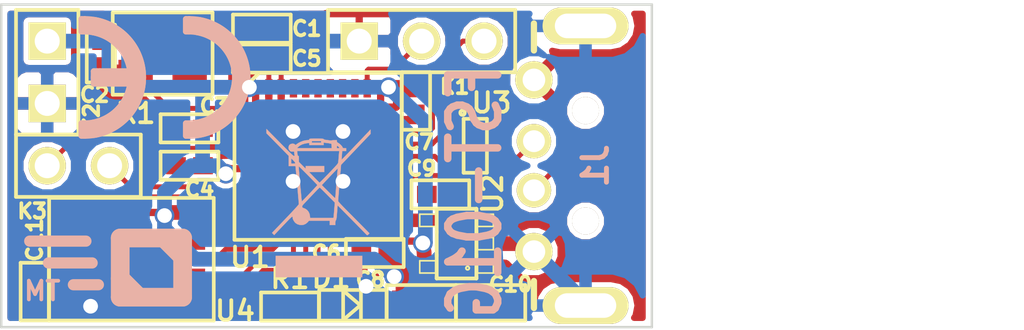
<source format=kicad_pcb>
(kicad_pcb (version 4) (host pcbnew 4.0.2+dfsg1-stable)

  (general
    (links 69)
    (no_connects 0)
    (area 98.584039 88.40934 147.151091 110.57636)
    (thickness 1.6002)
    (drawings 6)
    (tracks 282)
    (zones 0)
    (modules 25)
    (nets 22)
  )

  (page A4)
  (title_block
    (title FST-01)
    (date "10 sep 2012")
    (company "Flying Stone Technology")
  )

  (layers
    (0 Front signal)
    (31 Back signal hide)
    (32 B.Adhes user hide)
    (33 F.Adhes user hide)
    (34 B.Paste user hide)
    (35 F.Paste user hide)
    (36 B.SilkS user hide)
    (37 F.SilkS user)
    (38 B.Mask user hide)
    (39 F.Mask user)
    (40 Dwgs.User user)
    (41 Cmts.User user)
    (42 Eco1.User user hide)
    (43 Eco2.User user hide)
    (44 Edge.Cuts user)
  )

  (setup
    (last_trace_width 0.20066)
    (trace_clearance 0.20066)
    (zone_clearance 0.508)
    (zone_45_only yes)
    (trace_min 0.20066)
    (segment_width 0.381)
    (edge_width 0.381)
    (via_size 0.8001)
    (via_drill 0.59944)
    (via_min_size 0.8001)
    (via_min_drill 0.50038)
    (uvia_size 0.50038)
    (uvia_drill 0.14986)
    (uvias_allowed no)
    (uvia_min_size 0.50038)
    (uvia_min_drill 0.14986)
    (pcb_text_width 0.3048)
    (pcb_text_size 1.524 2.032)
    (mod_edge_width 0.381)
    (mod_text_size 1.524 1.524)
    (mod_text_width 0.3048)
    (pad_size 1.524 1.524)
    (pad_drill 1.016)
    (pad_to_mask_clearance 0.1524)
    (aux_axis_origin 127 98.9965)
    (grid_origin 127 98.9965)
    (visible_elements 7FFCDE7F)
    (pcbplotparams
      (layerselection 0x010f0_80000001)
      (usegerberextensions true)
      (excludeedgelayer true)
      (linewidth 0.150000)
      (plotframeref false)
      (viasonmask false)
      (mode 1)
      (useauxorigin true)
      (hpglpennumber 1)
      (hpglpenspeed 20)
      (hpglpendiameter 15)
      (hpglpenoverlay 0)
      (psnegative false)
      (psa4output false)
      (plotreference true)
      (plotvalue true)
      (plotinvisibletext false)
      (padsonsilk false)
      (subtractmaskfromsilk false)
      (outputformat 1)
      (mirror false)
      (drillshape 0)
      (scaleselection 1)
      (outputdirectory output/))
  )

  (net 0 "")
  (net 1 /CLK)
  (net 2 /D+)
  (net 3 /D+_PLUG)
  (net 4 /D-)
  (net 5 /D-_PLUG)
  (net 6 /LED)
  (net 7 /MISO)
  (net 8 /MOSI)
  (net 9 /NRST)
  (net 10 /NSS)
  (net 11 /OSC_IN)
  (net 12 /OSC_OUT)
  (net 13 /PA2)
  (net 14 /PA3)
  (net 15 /SWCLK)
  (net 16 /SWDIO)
  (net 17 /VBUS)
  (net 18 GND)
  (net 19 +3V3)
  (net 20 "Net-(C9-Pad1)")
  (net 21 "Net-(D1-Pad2)")

  (net_class Default "This is the default net class."
    (clearance 0.20066)
    (trace_width 0.20066)
    (via_dia 0.8001)
    (via_drill 0.59944)
    (uvia_dia 0.50038)
    (uvia_drill 0.14986)
    (add_net +3V3)
    (add_net /CLK)
    (add_net /D+)
    (add_net /D+_PLUG)
    (add_net /D-)
    (add_net /D-_PLUG)
    (add_net /LED)
    (add_net /MISO)
    (add_net /MOSI)
    (add_net /NRST)
    (add_net /NSS)
    (add_net /OSC_IN)
    (add_net /OSC_OUT)
    (add_net /PA2)
    (add_net /PA3)
    (add_net /SWCLK)
    (add_net /SWDIO)
    (add_net /VBUS)
    (add_net "Net-(C9-Pad1)")
    (add_net "Net-(D1-Pad2)")
  )

  (net_class GND ""
    (clearance 0.20066)
    (trace_width 0.59944)
    (via_dia 0.8001)
    (via_drill 0.59944)
    (uvia_dia 0.50038)
    (uvia_drill 0.14986)
    (add_net GND)
  )

  (net_class VBUS ""
    (clearance 0.20066)
    (trace_width 0.59944)
    (via_dia 0.8001)
    (via_drill 0.59944)
    (uvia_dia 0.50038)
    (uvia_drill 0.14986)
  )

  (net_class VDD ""
    (clearance 0.20066)
    (trace_width 0.59944)
    (via_dia 0.8001)
    (via_drill 0.59944)
    (uvia_dia 0.50038)
    (uvia_drill 0.14986)
  )

  (module Symbols:Symbol_CE_SilkScreen_5mm (layer Back) (tedit 57C655A4) (tstamp 57C655CD)
    (at 111.9 95.3965 180)
    (fp_text reference CE_mark (at 0.013 3.7025 180) (layer B.SilkS) hide
      (effects (font (size 1 1) (thickness 0.15)) (justify mirror))
    )
    (fp_text value Symbol_CE_SilkScreen_5mm (at 2.5403 5.8615 180) (layer B.Fab) hide
      (effects (font (size 1 1) (thickness 0.15)) (justify mirror))
    )
    (fp_line (start 3.1875 -1.875) (end 3.3125 -1.875) (layer B.SilkS) (width 0.25))
    (fp_line (start 3.3125 -1.875) (end 3.3125 -2.375) (layer B.SilkS) (width 0.25))
    (fp_line (start 3.3125 -2.375) (end 3.1875 -2.375) (layer B.SilkS) (width 0.25))
    (fp_line (start 3.1875 2.375) (end 3.3125 2.375) (layer B.SilkS) (width 0.25))
    (fp_line (start 3.3125 2.375) (end 3.3125 1.875) (layer B.SilkS) (width 0.25))
    (fp_line (start 3.3125 1.875) (end 3.1875 1.875) (layer B.SilkS) (width 0.25))
    (fp_line (start 2.5625 -0.25) (end 2.6875 -0.25) (layer B.SilkS) (width 0.25))
    (fp_line (start 2.6875 0.25) (end 2.5625 0.25) (layer B.SilkS) (width 0.25))
    (fp_line (start 2.6875 0.25) (end 2.8125 0.25) (layer B.SilkS) (width 0.25))
    (fp_line (start 2.8125 0.25) (end 2.8125 -0.25) (layer B.SilkS) (width 0.25))
    (fp_line (start 2.8125 -0.25) (end 2.6875 -0.25) (layer B.SilkS) (width 0.25))
    (fp_line (start -1.0625 -1.875) (end -0.9375 -1.875) (layer B.SilkS) (width 0.25))
    (fp_line (start -0.9375 -1.875) (end -0.9375 -2.375) (layer B.SilkS) (width 0.25))
    (fp_line (start -0.9375 -2.375) (end -1.0625 -2.375) (layer B.SilkS) (width 0.25))
    (fp_line (start -0.9375 2.375) (end -1.0625 2.375) (layer B.SilkS) (width 0.25))
    (fp_line (start -0.9375 2.375) (end -0.9375 1.875) (layer B.SilkS) (width 0.25))
    (fp_line (start -0.9375 1.875) (end -1.0625 1.875) (layer B.SilkS) (width 0.25))
    (fp_arc (start -1.0625 0) (end -1.431502 -2.092716) (angle -160) (layer B.SilkS) (width 0.75))
    (fp_arc (start -1.0625 0) (end -1.0625 -2.375) (angle -180) (layer B.SilkS) (width 0.25))
    (fp_arc (start -1.0625 0) (end -1.0625 -1.875) (angle -180) (layer B.SilkS) (width 0.25))
    (fp_line (start -1.0625 2.375) (end -1.0625 1.875) (layer B.SilkS) (width 0.25))
    (fp_line (start -1.0625 -1.875) (end -1.0625 -2.375) (layer B.SilkS) (width 0.25))
    (fp_line (start 3.1875 -1.875) (end 3.1875 -2.375) (layer B.SilkS) (width 0.25))
    (fp_line (start 3.1875 2.375) (end 3.1875 1.875) (layer B.SilkS) (width 0.25))
    (fp_arc (start 3.1875 0) (end 3.1875 -1.875) (angle -180) (layer B.SilkS) (width 0.25))
    (fp_arc (start 3.1875 0) (end 3.1875 -2.375) (angle -180) (layer B.SilkS) (width 0.25))
    (fp_line (start 2.5625 0) (end 1.0625 0) (layer B.SilkS) (width 0.75))
    (fp_arc (start 3.1875 0) (end 2.818498 -2.092716) (angle -160) (layer B.SilkS) (width 0.75))
  )

  (module SIL-3-2 (layer Front) (tedit 4E85438D) (tstamp 4E3F9288)
    (at 122.428 93.9165)
    (descr "Connecteur 3 pins")
    (tags "CONN DEV")
    (path /4E32185E)
    (fp_text reference K1 (at 1.3462 1.8542) (layer F.SilkS)
      (effects (font (size 0.59944 0.59944) (thickness 0.14986)))
    )
    (fp_text value CONN_3 (at 0 -2.159) (layer F.SilkS) hide
      (effects (font (size 1.016 1.016) (thickness 0.1524)))
    )
    (fp_line (start -3.81 1.27) (end -3.81 -1.27) (layer F.SilkS) (width 0.1524))
    (fp_line (start -3.81 -1.27) (end 3.81 -1.27) (layer F.SilkS) (width 0.1524))
    (fp_line (start 3.81 -1.27) (end 3.81 1.27) (layer F.SilkS) (width 0.1524))
    (fp_line (start 3.81 1.27) (end -3.81 1.27) (layer F.SilkS) (width 0.1524))
    (pad 1 thru_hole rect (at -2.54 0) (size 1.524 1.524) (drill 1.016) (layers *.Cu *.Mask F.SilkS)
      (net 18 GND))
    (pad 2 thru_hole circle (at 0 0) (size 1.524 1.524) (drill 1.016) (layers *.Cu *.Mask F.SilkS)
      (net 15 /SWCLK))
    (pad 3 thru_hole circle (at 2.54 0) (size 1.524 1.524) (drill 1.016) (layers *.Cu *.Mask F.SilkS)
      (net 16 /SWDIO))
    (model pin_array/pins_array_3x1.wrl
      (at (xyz 0 0 0))
      (scale (xyz 1 1 1))
      (rotate (xyz 0 0 0))
    )
  )

  (module SOT363 (layer Front) (tedit 57C65807) (tstamp 4E644401)
    (at 124.6124 98.1837 270)
    (descr "SMALL OUTLINE TRANSISTOR")
    (tags "SMALL OUTLINE TRANSISTOR")
    (path /4E521576)
    (attr smd)
    (fp_text reference U3 (at -1.7526 -0.6604 360) (layer F.SilkS)
      (effects (font (size 0.8001 0.8001) (thickness 0.1524)))
    )
    (fp_text value NUF2221W1 (at 0 0 270) (layer F.SilkS) hide
      (effects (font (size 0.254 0.254) (thickness 0.0254)))
    )
    (fp_line (start -1.09982 -0.47498) (end -1.09982 0.47498) (layer F.SilkS) (width 0.14986))
    (fp_line (start 1.09982 -0.47498) (end 1.09982 0.47498) (layer F.SilkS) (width 0.14986))
    (fp_circle (center -1.34874 0.51816) (end -1.27254 0.56642) (layer F.SilkS) (width 0.14986))
    (fp_line (start -1.09982 -0.47498) (end 1.09982 -0.47498) (layer F.SilkS) (width 0.14986))
    (fp_line (start 1.09982 0.47498) (end -1.09982 0.47498) (layer F.SilkS) (width 0.14986))
    (pad 1 smd rect (at -0.65024 0.94996 270) (size 0.39878 0.50038) (layers Front F.Paste F.Mask)
      (net 2 /D+))
    (pad 2 smd rect (at 0 0.94996 270) (size 0.39878 0.50038) (layers Front F.Paste F.Mask)
      (net 18 GND))
    (pad 3 smd rect (at 0.65024 0.94996 270) (size 0.39878 0.50038) (layers Front F.Paste F.Mask)
      (net 4 /D-))
    (pad 4 smd rect (at 0.65024 -0.94996 270) (size 0.39878 0.50038) (layers Front F.Paste F.Mask)
      (net 5 /D-_PLUG))
    (pad 5 smd rect (at 0 -0.94996 270) (size 0.39878 0.50038) (layers Front F.Paste F.Mask)
      (net 19 +3V3))
    (pad 6 smd rect (at -0.65024 -0.94996 270) (size 0.39878 0.50038) (layers Front F.Paste F.Mask)
      (net 3 /D+_PLUG))
  )

  (module WSON8 (layer Front) (tedit 4E854314) (tstamp 4E841BB1)
    (at 110.617 102.8065)
    (path /4E8414CF)
    (attr smd)
    (fp_text reference U4 (at 4.2164 2.1082) (layer F.SilkS)
      (effects (font (size 0.8001 0.8001) (thickness 0.1524)))
    )
    (fp_text value SST25VF032B (at 0 0) (layer F.SilkS) hide
      (effects (font (size 0.254 0.254) (thickness 0.0254)))
    )
    (fp_line (start -3.35026 -2.49936) (end 3.35026 -2.49936) (layer F.SilkS) (width 0.14986))
    (fp_line (start 3.35026 -2.49936) (end 3.35026 2.49936) (layer F.SilkS) (width 0.14986))
    (fp_line (start 3.35026 2.49936) (end -3.35026 2.49936) (layer F.SilkS) (width 0.14986))
    (fp_line (start -3.35026 2.49936) (end -3.35026 -2.49936) (layer F.SilkS) (width 0.14986))
    (pad 7 smd rect (at 2.62382 -0.635) (size 0.7493 0.50038) (layers Front F.Paste F.Mask)
      (net 19 +3V3))
    (pad 8 smd rect (at 2.62382 -1.905) (size 0.7493 0.50038) (layers Front F.Paste F.Mask)
      (net 19 +3V3))
    (pad 6 smd rect (at 2.62382 0.635) (size 0.7493 0.50038) (layers Front F.Paste F.Mask)
      (net 1 /CLK))
    (pad 1 smd rect (at -2.62382 -1.905) (size 0.7493 0.50038) (layers Front F.Paste F.Mask)
      (net 10 /NSS))
    (pad 2 smd rect (at -2.62382 -0.635) (size 0.7493 0.50038) (layers Front F.Paste F.Mask)
      (net 7 /MISO))
    (pad 3 smd rect (at -2.62382 0.635) (size 0.7493 0.50038) (layers Front F.Paste F.Mask)
      (net 18 GND))
    (pad 4 smd rect (at -2.62382 1.905) (size 0.7493 0.50038) (layers Front F.Paste F.Mask)
      (net 18 GND))
    (pad 5 smd rect (at 2.62382 1.905) (size 0.7493 0.50038) (layers Front F.Paste F.Mask)
      (net 8 /MOSI))
  )

  (module SIL-2-2 (layer Front) (tedit 4E8543C3) (tstamp 4E842980)
    (at 108.458 98.9965)
    (descr "Connecteur 3 pins")
    (tags "CONN DEV")
    (path /4E8424A4)
    (fp_text reference K3 (at -1.8796 1.8542) (layer F.SilkS)
      (effects (font (size 0.59944 0.59944) (thickness 0.14986)))
    )
    (fp_text value CONN_2 (at -5.9182 0.127) (layer F.SilkS) hide
      (effects (font (size 1.016 1.016) (thickness 0.1524)))
    )
    (fp_line (start 2.54 1.27) (end -2.54 1.27) (layer F.SilkS) (width 0.14986))
    (fp_line (start -2.54 -1.27) (end 2.54 -1.27) (layer F.SilkS) (width 0.14986))
    (fp_line (start -2.54 1.27) (end -2.54 -1.27) (layer F.SilkS) (width 0.1524))
    (fp_line (start 2.54 -1.27) (end 2.54 1.27) (layer F.SilkS) (width 0.1524))
    (pad 1 thru_hole circle (at -1.27 0) (size 1.524 1.524) (drill 1.016) (layers *.Cu *.Mask F.SilkS)
      (net 13 /PA2))
    (pad 2 thru_hole circle (at 1.27 0) (size 1.524 1.524) (drill 1.016) (layers *.Cu *.Mask F.SilkS)
      (net 14 /PA3))
    (model pin_array/pins_array_3x1.wrl
      (at (xyz 0 0 0))
      (scale (xyz 1 1 1))
      (rotate (xyz 0 0 0))
    )
  )

  (module SIL-2-0 (layer Front) (tedit 4E85420F) (tstamp 4E842981)
    (at 107.188 95.1865 270)
    (descr "Connecteur 3 pins")
    (tags "CONN DEV")
    (path /4E84249C)
    (fp_text reference K2 (at 1.8542 -1.8034 270) (layer F.SilkS)
      (effects (font (size 0.59944 0.59944) (thickness 0.14986)))
    )
    (fp_text value CONN_2 (at 0 2.3622 270) (layer F.SilkS) hide
      (effects (font (size 1.016 1.016) (thickness 0.1524)))
    )
    (fp_line (start 2.54 1.27) (end -2.54 1.27) (layer F.SilkS) (width 0.14986))
    (fp_line (start -2.54 -1.27) (end 2.54 -1.27) (layer F.SilkS) (width 0.14986))
    (fp_line (start -2.54 1.27) (end -2.54 -1.27) (layer F.SilkS) (width 0.1524))
    (fp_line (start 2.54 -1.27) (end 2.54 1.27) (layer F.SilkS) (width 0.1524))
    (pad 1 thru_hole rect (at -1.27 0 270) (size 1.524 1.524) (drill 1.016) (layers *.Cu *.Mask F.SilkS)
      (net 19 +3V3))
    (pad 2 thru_hole rect (at 1.27 0 270) (size 1.524 1.524) (drill 1.016) (layers *.Cu *.Mask F.SilkS)
      (net 18 GND))
    (model pin_array/pins_array_3x1.wrl
      (at (xyz 0 0 0))
      (scale (xyz 1 1 1))
      (rotate (xyz 0 0 0))
    )
  )

  (module FST-LOGO (layer Back) (tedit 4E9F9552) (tstamp 4E9F9DB0)
    (at 111.4298 103.2129 180)
    (path FST-LOGO)
    (fp_text reference FST-LOGO (at 0 1.27 180) (layer B.SilkS) hide
      (effects (font (size 0.1524 0.1524) (thickness 0.0381)) (justify mirror))
    )
    (fp_text value VAL** (at 0 -1.143 180) (layer B.SilkS) hide
      (effects (font (size 0.20574 0.2032) (thickness 0.0508)) (justify mirror))
    )
    (fp_line (start 2.413 0.254) (end 4.191 0.254) (layer B.SilkS) (width 0.4572))
    (fp_line (start 2.667 1.143) (end 4.953 1.143) (layer B.SilkS) (width 0.4572))
    (fp_line (start 2.159 -0.635) (end 3.175 -0.635) (layer B.SilkS) (width 0.4572))
    (fp_line (start -1.27 1.27) (end 1.27 1.27) (layer B.SilkS) (width 0.762))
    (fp_line (start 1.27 1.27) (end 1.27 -1.143) (layer B.SilkS) (width 0.762))
    (fp_line (start 1.27 -1.143) (end -1.27 -1.143) (layer B.SilkS) (width 0.762))
    (fp_line (start -1.27 -1.143) (end -1.27 1.27) (layer B.SilkS) (width 0.762))
    (fp_line (start 1.27 -0.381) (end 0.508 -1.143) (layer B.SilkS) (width 0.762))
    (fp_line (start -0.508 1.27) (end -1.27 0.508) (layer B.SilkS) (width 0.762))
    (fp_text user TM (at 4.445 -0.889 180) (layer B.SilkS)
      (effects (font (size 0.762 0.762) (thickness 0.1524)) (justify mirror))
    )
  )

  (module FST:SOT23-5 (layer Front) (tedit 57C67228) (tstamp 4E6881CA)
    (at 123.8504 102.1715 90)
    (descr "SMALL OUTLINE TRANSISTOR")
    (tags "SMALL OUTLINE TRANSISTOR")
    (path /4E2CD88E)
    (attr smd)
    (fp_text reference U2 (at 2.032 1.4605 90) (layer F.SilkS)
      (effects (font (size 0.8001 0.8001) (thickness 0.1524)))
    )
    (fp_text value LP2985-33DBVR (at -0.0127 0 90) (layer F.SilkS) hide
      (effects (font (size 0.254 0.254) (thickness 0.0254)))
    )
    (fp_line (start -1.19888 1.4986) (end -0.6985 1.4986) (layer F.SilkS) (width 0.06604))
    (fp_line (start -0.6985 1.4986) (end -0.6985 0.84836) (layer F.SilkS) (width 0.06604))
    (fp_line (start -1.19888 0.84836) (end -0.6985 0.84836) (layer F.SilkS) (width 0.06604))
    (fp_line (start -1.19888 1.4986) (end -1.19888 0.84836) (layer F.SilkS) (width 0.06604))
    (fp_line (start -0.24892 1.4986) (end 0.24892 1.4986) (layer F.SilkS) (width 0.06604))
    (fp_line (start 0.24892 1.4986) (end 0.24892 0.84836) (layer F.SilkS) (width 0.06604))
    (fp_line (start -0.24892 0.84836) (end 0.24892 0.84836) (layer F.SilkS) (width 0.06604))
    (fp_line (start -0.24892 1.4986) (end -0.24892 0.84836) (layer F.SilkS) (width 0.06604))
    (fp_line (start 0.6985 1.4986) (end 1.19888 1.4986) (layer F.SilkS) (width 0.06604))
    (fp_line (start 1.19888 1.4986) (end 1.19888 0.84836) (layer F.SilkS) (width 0.06604))
    (fp_line (start 0.6985 0.84836) (end 1.19888 0.84836) (layer F.SilkS) (width 0.06604))
    (fp_line (start 0.6985 1.4986) (end 0.6985 0.84836) (layer F.SilkS) (width 0.06604))
    (fp_line (start 0.6985 -0.84836) (end 1.19888 -0.84836) (layer F.SilkS) (width 0.06604))
    (fp_line (start 1.19888 -0.84836) (end 1.19888 -1.4986) (layer F.SilkS) (width 0.06604))
    (fp_line (start 0.6985 -1.4986) (end 1.19888 -1.4986) (layer F.SilkS) (width 0.06604))
    (fp_line (start 0.6985 -0.84836) (end 0.6985 -1.4986) (layer F.SilkS) (width 0.06604))
    (fp_line (start -0.24892 -0.84836) (end 0.24892 -0.84836) (layer F.SilkS) (width 0.06604))
    (fp_line (start -1.19888 -0.84836) (end -0.6985 -0.84836) (layer F.SilkS) (width 0.06604))
    (fp_line (start -0.6985 -0.84836) (end -0.6985 -1.4986) (layer F.SilkS) (width 0.06604))
    (fp_line (start -1.19888 -1.4986) (end -0.6985 -1.4986) (layer F.SilkS) (width 0.06604))
    (fp_line (start -1.19888 -0.84836) (end -1.19888 -1.4986) (layer F.SilkS) (width 0.06604))
    (fp_line (start 1.41986 -0.80772) (end 1.41986 0.80772) (layer F.SilkS) (width 0.1524))
    (fp_line (start 1.41986 0.80772) (end -1.41986 0.80772) (layer F.SilkS) (width 0.1524))
    (fp_line (start -1.41986 0.80772) (end -1.41986 -0.80772) (layer F.SilkS) (width 0.1524))
    (fp_line (start -1.41986 -0.80772) (end 1.41986 -0.80772) (layer F.SilkS) (width 0.1524))
    (fp_line (start -0.42672 0.80772) (end -0.5207 0.80772) (layer F.SilkS) (width 0.1524))
    (fp_line (start 0.5207 0.80772) (end 0.42672 0.80772) (layer F.SilkS) (width 0.1524))
    (fp_line (start -1.32588 0.80772) (end -1.41986 0.80772) (layer F.SilkS) (width 0.1524))
    (fp_line (start 1.41986 0.80772) (end 1.32588 0.80772) (layer F.SilkS) (width 0.1524))
    (fp_line (start 1.32588 -0.80772) (end 1.41986 -0.80772) (layer F.SilkS) (width 0.1524))
    (fp_line (start -1.41986 -0.80772) (end -1.32588 -0.80772) (layer F.SilkS) (width 0.1524))
    (fp_line (start 0.42672 -0.80772) (end 0.5207 -0.80772) (layer F.SilkS) (width 0.1524))
    (fp_line (start -0.5207 -0.80772) (end -0.42672 -0.80772) (layer F.SilkS) (width 0.1524))
    (fp_circle (center -0.99822 0.44958) (end -1.04648 0.49784) (layer F.SilkS) (width 0.0762))
    (pad 1 smd rect (at -0.94996 1.29794 90) (size 0.54864 1.19888) (layers Front F.Paste F.Mask)
      (net 17 /VBUS))
    (pad 2 smd rect (at 0 1.29794 90) (size 0.54864 1.19888) (layers Front F.Paste F.Mask)
      (net 18 GND))
    (pad 3 smd rect (at 0.94996 1.29794 90) (size 0.54864 1.19888) (layers Front F.Paste F.Mask)
      (net 17 /VBUS))
    (pad 4 smd rect (at 0.94996 -1.29794 90) (size 0.54864 1.19888) (layers Front F.Paste F.Mask)
      (net 20 "Net-(C9-Pad1)"))
    (pad 5 smd rect (at -0.95 -1.3 90) (size 0.54864 1.19888) (layers Front F.Paste F.Mask)
      (net 19 +3V3))
  )

  (module FST:LED0603 (layer Front) (tedit 57C64432) (tstamp 4E3F928E)
    (at 119.634 104.6861)
    (descr "LED 0603 smd package")
    (tags "LED led 0603 SMD smd SMT smt smdled SMDLED smtled SMTLED")
    (path /4E2D76AF)
    (attr smd)
    (fp_text reference D1 (at -0.889 -1.1176) (layer F.SilkS)
      (effects (font (size 0.8001 0.8001) (thickness 0.1524)))
    )
    (fp_text value LED (at -0.1778 1.4732) (layer F.SilkS) hide
      (effects (font (size 0.508 0.508) (thickness 0.127)))
    )
    (fp_line (start -0.4 -0.6) (end 0.3 0) (layer F.SilkS) (width 0.15))
    (fp_line (start 0.3 0) (end -0.4 0.6) (layer F.SilkS) (width 0.15))
    (fp_line (start -0.4 -0.6) (end -0.4 0.6) (layer F.SilkS) (width 0.15))
    (fp_line (start 1.37414 0.62484) (end 1.37414 -0.62484) (layer F.SilkS) (width 0.14986))
    (fp_line (start 1.37414 -0.62484) (end -1.37414 -0.62484) (layer F.SilkS) (width 0.14986))
    (fp_line (start -1.37414 -0.62484) (end -1.37414 0.62484) (layer F.SilkS) (width 0.14986))
    (fp_line (start -1.37414 0.62484) (end 1.37414 0.62484) (layer F.SilkS) (width 0.14986))
    (fp_line (start 0.32446 -0.62484) (end 0.32446 0.62484) (layer F.SilkS) (width 0.14986))
    (fp_line (start 0.35052 -0.37592) (end 0.35052 0.37592) (layer Dwgs.User) (width 0.14986))
    (fp_line (start 0.44958 -0.44958) (end 0.44958 0.44958) (layer Dwgs.User) (width 0.06604))
    (fp_line (start 0.44958 0.44958) (end 0.84836 0.44958) (layer Dwgs.User) (width 0.06604))
    (fp_line (start 0.84836 -0.44958) (end 0.84836 0.44958) (layer Dwgs.User) (width 0.06604))
    (fp_line (start 0.44958 -0.44958) (end 0.84836 -0.44958) (layer Dwgs.User) (width 0.06604))
    (fp_line (start -0.84836 -0.44958) (end -0.84836 0.44958) (layer Dwgs.User) (width 0.06604))
    (fp_line (start -0.84836 0.44958) (end -0.44958 0.44958) (layer Dwgs.User) (width 0.06604))
    (fp_line (start -0.44958 -0.44958) (end -0.44958 0.44958) (layer Dwgs.User) (width 0.06604))
    (fp_line (start -0.84836 -0.44958) (end -0.44958 -0.44958) (layer Dwgs.User) (width 0.06604))
    (fp_line (start 0.44958 -0.39878) (end -0.44958 -0.39878) (layer Dwgs.User) (width 0.1016))
    (fp_line (start 0.44958 0.39878) (end -0.44958 0.39878) (layer Dwgs.User) (width 0.1016))
    (pad 2 smd rect (at -0.7493 0) (size 0.79756 0.79756) (layers Front F.Paste F.Mask)
      (net 21 "Net-(D1-Pad2)"))
    (pad 1 smd rect (at 0.7493 0) (size 0.79756 0.79756) (layers Front F.Paste F.Mask)
      (net 18 GND))
  )

  (module FST:USB-A-PLUG (layer Front) (tedit 57C655E6) (tstamp 4E6C8490)
    (at 127 98.9965 180)
    (descr "USB A PLUG Through Hole")
    (tags USB)
    (path /4E27DE01)
    (fp_text reference J1 (at -7.62 0 270) (layer Dwgs.User) hide
      (effects (font (thickness 0.3048)))
    )
    (fp_text value USB_A (at -3.81 -10.16 180) (layer F.SilkS) hide
      (effects (font (thickness 0.3048)))
    )
    (fp_line (start 1.00076 6.44906) (end -1.00076 6.44906) (layer Cmts.User) (width 0.01016))
    (fp_line (start 1.00076 -6.44906) (end -1.00076 -6.44906) (layer Cmts.User) (width 0.01016))
    (fp_line (start -5.10032 -5.99948) (end -5.10032 5.99948) (layer Dwgs.User) (width 0.127))
    (fp_line (start 0 4.699) (end 0 5.79882) (layer F.SilkS) (width 0.254))
    (fp_line (start 0 -4.699) (end 0 -5.79882) (layer F.SilkS) (width 0.254))
    (fp_line (start -1.09982 -5.99948) (end -19.9009 -5.99948) (layer Dwgs.User) (width 0.09906))
    (fp_line (start -19.9009 -5.99948) (end -19.9009 5.99948) (layer Dwgs.User) (width 0.09906))
    (fp_line (start -19.9009 5.99948) (end -1.09982 5.99948) (layer Dwgs.User) (width 0.09906))
    (fp_line (start -1.09982 5.99948) (end -1.09982 -5.99948) (layer Dwgs.User) (width 0.09906))
    (fp_line (start -4.84886 -5.74802) (end -4.84886 5.6515) (layer Cmts.User) (width 0.01016))
    (pad 5 thru_hole oval (at -2.10058 5.69976 180) (size 3.50012 1.50114) (drill oval 2.49936 1.00076) (layers *.Cu *.Mask F.SilkS)
      (net 18 GND))
    (pad 5 thru_hole oval (at -2.10058 -5.69976 180) (size 3.50012 1.50114) (drill oval 2.49936 1.00076) (layers *.Cu *.Mask F.SilkS)
      (net 18 GND))
    (pad 3 thru_hole circle (at 0 -1.00076 180) (size 1.39954 1.39954) (drill 0.889) (layers *.Cu *.Mask F.SilkS)
      (net 3 /D+_PLUG))
    (pad 2 thru_hole circle (at 0 1.00076 180) (size 1.39954 1.39954) (drill 0.889) (layers *.Cu *.Mask F.SilkS)
      (net 5 /D-_PLUG))
    (pad 4 thru_hole circle (at 0 -3.50012 180) (size 1.51892 1.51892) (drill 0.91948) (layers *.Cu *.Mask F.SilkS)
      (net 18 GND))
    (pad 1 thru_hole circle (at 0 3.50012 180) (size 1.51892 1.51892) (drill 0.91948) (layers *.Cu *.Mask F.SilkS)
      (net 17 /VBUS))
    (pad 7 thru_hole circle (at -2.10058 -2.25044 180) (size 1.09982 1.09982) (drill 1.09982) (layers *.Cu *.Mask F.SilkS))
    (pad 8 thru_hole circle (at -2.10058 2.25044 180) (size 1.09982 1.09982) (drill 1.09982) (layers *.Cu *.Mask F.SilkS))
  )

  (module FST:QFN36 (layer Front) (tedit 57C6572C) (tstamp 4E686B13)
    (at 118.2116 98.6155)
    (descr "Support QFN 36 pins")
    (tags QFN36)
    (path /4E68666C)
    (attr smd)
    (fp_text reference U1 (at -2.7686 4.1148) (layer F.SilkS)
      (effects (font (size 0.8001 0.8001) (thickness 0.1524)))
    )
    (fp_text value STM32F103TB (at -0.0254 2.0955) (layer F.SilkS) hide
      (effects (font (size 0.508 0.508) (thickness 0.0762)))
    )
    (fp_line (start 2.99974 -2.99974) (end 2.99974 2.99974) (layer Dwgs.User) (width 0.14986))
    (fp_line (start 2.99974 2.99974) (end -2.99974 2.99974) (layer Dwgs.User) (width 0.14986))
    (fp_line (start -2.99974 2.99974) (end -2.99974 -2.99974) (layer Dwgs.User) (width 0.14986))
    (fp_line (start -2.99974 -2.99974) (end 2.99974 -2.99974) (layer Dwgs.User) (width 0.14986))
    (fp_line (start -2.4003 -3.40106) (end -3.40106 -2.4003) (layer F.SilkS) (width 0.14986))
    (fp_line (start -3.40106 -2.4003) (end -3.40106 3.40106) (layer F.SilkS) (width 0.14986))
    (fp_line (start 3.40106 -3.40106) (end 3.40106 3.40106) (layer F.SilkS) (width 0.14986))
    (fp_line (start 3.40106 3.40106) (end -3.40106 3.40106) (layer F.SilkS) (width 0.14986))
    (fp_line (start -2.4003 -3.40106) (end 3.40106 -3.40106) (layer F.SilkS) (width 0.14986))
    (pad 36 smd rect (at -1.0414 1.0414) (size 1.905 1.905) (layers Front F.Paste F.Mask)
      (net 18 GND) (solder_paste_margin -0.46482))
    (pad 36 smd rect (at 1.0414 1.0414) (size 1.905 1.905) (layers Front F.Paste F.Mask)
      (net 18 GND) (solder_paste_margin -0.46482))
    (pad 36 smd rect (at 1.0414 -1.0414) (size 1.905 1.905) (layers Front F.Paste F.Mask)
      (net 18 GND) (solder_paste_margin -0.46482))
    (pad 1 smd rect (at -2.77622 -2.00152 90) (size 0.29972 0.7493) (layers Front F.Paste F.Mask)
      (net 19 +3V3))
    (pad 2 smd rect (at -2.77622 -1.50114 90) (size 0.29972 0.7493) (layers Front F.Paste F.Mask)
      (net 11 /OSC_IN))
    (pad 3 smd rect (at -2.77622 -1.00076 90) (size 0.29972 0.7493) (layers Front F.Paste F.Mask)
      (net 12 /OSC_OUT))
    (pad 4 smd rect (at -2.77622 -0.50038 90) (size 0.29972 0.7493) (layers Front F.Paste F.Mask)
      (net 9 /NRST))
    (pad 5 smd rect (at -2.77622 0 90) (size 0.29972 0.7493) (layers Front F.Paste F.Mask)
      (net 18 GND))
    (pad 6 smd rect (at -2.77622 0.50038 90) (size 0.29972 0.7493) (layers Front F.Paste F.Mask)
      (net 19 +3V3))
    (pad 7 smd rect (at -2.77622 1.00076 90) (size 0.29972 0.7493) (layers Front F.Paste F.Mask))
    (pad 8 smd rect (at -2.77622 1.50114 90) (size 0.29972 0.7493) (layers Front F.Paste F.Mask))
    (pad 9 smd rect (at -2.77622 2.00152 90) (size 0.29972 0.7493) (layers Front F.Paste F.Mask)
      (net 13 /PA2))
    (pad 10 smd rect (at -2.00152 2.77622) (size 0.29972 0.7493) (layers Front F.Paste F.Mask)
      (net 14 /PA3))
    (pad 11 smd rect (at -1.50114 2.77622) (size 0.29972 0.7493) (layers Front F.Paste F.Mask)
      (net 10 /NSS))
    (pad 12 smd rect (at -1.00076 2.77622) (size 0.29972 0.7493) (layers Front F.Paste F.Mask)
      (net 1 /CLK))
    (pad 13 smd rect (at -0.50038 2.77622) (size 0.29972 0.7493) (layers Front F.Paste F.Mask)
      (net 7 /MISO))
    (pad 14 smd rect (at 0 2.77622) (size 0.29972 0.7493) (layers Front F.Paste F.Mask)
      (net 8 /MOSI))
    (pad 15 smd rect (at 0.50038 2.77622) (size 0.29972 0.7493) (layers Front F.Paste F.Mask)
      (net 6 /LED))
    (pad 16 smd rect (at 1.00076 2.77622) (size 0.29972 0.7493) (layers Front F.Paste F.Mask))
    (pad 17 smd rect (at 1.50114 2.77622 90) (size 0.7493 0.29972) (layers Front F.Paste F.Mask)
      (net 18 GND))
    (pad 18 smd rect (at 2.00152 2.77622 90) (size 0.7493 0.29972) (layers Front F.Paste F.Mask)
      (net 18 GND))
    (pad 19 smd rect (at 2.77622 2.00152 90) (size 0.29972 0.7493) (layers Front F.Paste F.Mask)
      (net 19 +3V3))
    (pad 20 smd rect (at 2.77622 1.50114 90) (size 0.29972 0.7493) (layers Front F.Paste F.Mask))
    (pad 21 smd rect (at 2.77622 1.00076 90) (size 0.29972 0.7493) (layers Front F.Paste F.Mask))
    (pad 22 smd rect (at 2.77622 0.50038 90) (size 0.29972 0.7493) (layers Front F.Paste F.Mask))
    (pad 23 smd rect (at 2.77622 0 90) (size 0.29972 0.7493) (layers Front F.Paste F.Mask)
      (net 4 /D-))
    (pad 24 smd rect (at 2.77622 -0.50038 90) (size 0.29972 0.7493) (layers Front F.Paste F.Mask)
      (net 2 /D+))
    (pad 25 smd rect (at 2.77622 -1.00076 90) (size 0.29972 0.7493) (layers Front F.Paste F.Mask)
      (net 16 /SWDIO))
    (pad 26 smd rect (at 2.77622 -1.50114 90) (size 0.29972 0.7493) (layers Front F.Paste F.Mask)
      (net 18 GND))
    (pad 27 smd rect (at 2.77622 -2.00152 90) (size 0.29972 0.7493) (layers Front F.Paste F.Mask)
      (net 19 +3V3))
    (pad 28 smd rect (at 2.00152 -2.77622) (size 0.29972 0.7493) (layers Front F.Paste F.Mask)
      (net 15 /SWCLK))
    (pad 29 smd rect (at 1.50114 -2.77622) (size 0.29972 0.7493) (layers Front F.Paste F.Mask))
    (pad 30 smd rect (at 1.00076 -2.77622) (size 0.29972 0.7493) (layers Front F.Paste F.Mask))
    (pad 31 smd rect (at 0.50038 -2.77622) (size 0.29972 0.7493) (layers Front F.Paste F.Mask))
    (pad 32 smd rect (at 0 -2.77622) (size 0.29972 0.7493) (layers Front F.Paste F.Mask))
    (pad 33 smd rect (at -0.50038 -2.77622) (size 0.29972 0.7493) (layers Front F.Paste F.Mask))
    (pad 34 smd rect (at -1.00076 -2.77622) (size 0.29972 0.7493) (layers Front F.Paste F.Mask))
    (pad 35 smd rect (at -1.50114 -2.77622) (size 0.29972 0.7493) (layers Front F.Paste F.Mask)
      (net 18 GND))
    (pad 36 smd rect (at -2.00152 -2.77622) (size 0.29972 0.7493) (layers Front F.Paste F.Mask)
      (net 18 GND))
    (pad 36 smd rect (at -1.0414 -1.0414) (size 1.905 1.905) (layers Front F.Paste F.Mask)
      (net 18 GND) (solder_paste_margin -0.46482))
  )

  (module FST:ABM8G (layer Front) (tedit 4E9F9D86) (tstamp 4E82CED6)
    (at 111.887 94.4245 180)
    (path /4E82CD9F)
    (attr smd)
    (fp_text reference X1 (at 1.0668 -2.4384 180) (layer F.SilkS)
      (effects (font (size 0.8001 0.8001) (thickness 0.1524)))
    )
    (fp_text value 12MHz (at 0 0 180) (layer F.SilkS) hide
      (effects (font (size 0.508 0.508) (thickness 0.127)))
    )
    (fp_line (start -2.032 -1.6764) (end 2.032 -1.6764) (layer F.SilkS) (width 0.14986))
    (fp_line (start 2.032 -1.6764) (end 2.032 1.6764) (layer F.SilkS) (width 0.14986))
    (fp_line (start 2.032 1.6764) (end -2.032 1.6764) (layer F.SilkS) (width 0.14986))
    (fp_line (start -2.032 1.6764) (end -2.032 -1.6764) (layer F.SilkS) (width 0.14986))
    (pad 2 smd rect (at 1.09982 -0.8509 180) (size 1.397 1.1938) (layers Front F.Paste F.Mask)
      (net 12 /OSC_OUT) (clearance 0.07874))
    (pad 3 smd rect (at 1.09982 0.8509 180) (size 1.397 1.1938) (layers Front F.Paste F.Mask)
      (net 18 GND) (clearance 0.07874))
    (pad 1 smd rect (at -1.09982 0.8509 180) (size 1.397 1.1938) (layers Front F.Paste F.Mask)
      (net 11 /OSC_IN) (clearance 0.07874))
    (pad 3 smd rect (at -1.09982 -0.8509 180) (size 1.397 1.1938) (layers Front F.Paste F.Mask)
      (net 18 GND) (clearance 0.07874))
  )

  (module FST:c_0402 (layer Front) (tedit 4E8543D2) (tstamp 4E842982)
    (at 106.68 104.1273 270)
    (descr "SMT capacitor, 0402")
    (path /4E8423B4)
    (attr smd)
    (fp_text reference C11 (at -2.1082 0 270) (layer F.SilkS)
      (effects (font (size 0.59944 0.59944) (thickness 0.14986)))
    )
    (fp_text value 0.1uF (at 0 0.8001 270) (layer F.SilkS) hide
      (effects (font (size 0.1524 0.1524) (thickness 0.03048)))
    )
    (fp_line (start -1.17602 -0.57404) (end 1.17602 -0.57404) (layer F.SilkS) (width 0.14986))
    (fp_line (start 1.17602 -0.57404) (end 1.17602 0.57404) (layer F.SilkS) (width 0.14986))
    (fp_line (start 1.17602 0.57404) (end -1.17602 0.57404) (layer F.SilkS) (width 0.14986))
    (fp_line (start -1.17602 0.57404) (end -1.17602 -0.57404) (layer F.SilkS) (width 0.14986))
    (fp_line (start 0.3302 -0.2794) (end 0.3302 0.2794) (layer Dwgs.User) (width 0.127))
    (fp_line (start -0.3302 -0.2794) (end -0.3302 0.2794) (layer Dwgs.User) (width 0.127))
    (fp_line (start -0.5334 -0.2794) (end -0.5334 0.2794) (layer Dwgs.User) (width 0.127))
    (fp_line (start -0.5334 0.2794) (end 0.5334 0.2794) (layer Dwgs.User) (width 0.127))
    (fp_line (start 0.5334 0.2794) (end 0.5334 -0.2794) (layer Dwgs.User) (width 0.127))
    (fp_line (start 0.5334 -0.2794) (end -0.5334 -0.2794) (layer Dwgs.User) (width 0.127))
    (pad 1 smd rect (at 0.54864 0 270) (size 0.8001 0.6985) (layers Front F.Paste F.Mask)
      (net 18 GND))
    (pad 2 smd rect (at -0.54864 0 270) (size 0.8001 0.6985) (layers Front F.Paste F.Mask)
      (net 19 +3V3))
  )

  (module FST:c_0402 (layer Front) (tedit 57C66473) (tstamp 4E3F9294)
    (at 123.19 100.1649 180)
    (descr "SMT capacitor, 0402")
    (path /4E2CD9BD)
    (attr smd)
    (fp_text reference C9 (at 0.762 1.0541 180) (layer F.SilkS)
      (effects (font (size 0.59944 0.59944) (thickness 0.14986)))
    )
    (fp_text value 0.01uF (at 0 0.8001 180) (layer F.SilkS) hide
      (effects (font (size 0.1524 0.1524) (thickness 0.03048)))
    )
    (fp_line (start -1.17602 -0.57404) (end 1.17602 -0.57404) (layer F.SilkS) (width 0.14986))
    (fp_line (start 1.17602 -0.57404) (end 1.17602 0.57404) (layer F.SilkS) (width 0.14986))
    (fp_line (start 1.17602 0.57404) (end -1.17602 0.57404) (layer F.SilkS) (width 0.14986))
    (fp_line (start -1.17602 0.57404) (end -1.17602 -0.57404) (layer F.SilkS) (width 0.14986))
    (fp_line (start 0.3302 -0.2794) (end 0.3302 0.2794) (layer Dwgs.User) (width 0.127))
    (fp_line (start -0.3302 -0.2794) (end -0.3302 0.2794) (layer Dwgs.User) (width 0.127))
    (fp_line (start -0.5334 -0.2794) (end -0.5334 0.2794) (layer Dwgs.User) (width 0.127))
    (fp_line (start -0.5334 0.2794) (end 0.5334 0.2794) (layer Dwgs.User) (width 0.127))
    (fp_line (start 0.5334 0.2794) (end 0.5334 -0.2794) (layer Dwgs.User) (width 0.127))
    (fp_line (start 0.5334 -0.2794) (end -0.5334 -0.2794) (layer Dwgs.User) (width 0.127))
    (pad 1 smd rect (at 0.54864 0 180) (size 0.8001 0.6985) (layers Front F.Paste F.Mask)
      (net 20 "Net-(C9-Pad1)"))
    (pad 2 smd rect (at -0.54864 0 180) (size 0.8001 0.6985) (layers Front F.Paste F.Mask)
      (net 18 GND))
  )

  (module FST:c_0402 (layer Front) (tedit 57C66537) (tstamp 4E3F92A2)
    (at 109.3724 94.4245 270)
    (descr "SMT capacitor, 0402")
    (path /4E2CD2C4)
    (attr smd)
    (fp_text reference C2 (at 1.6764 0.254 360) (layer F.SilkS)
      (effects (font (size 0.59944 0.59944) (thickness 0.14986)))
    )
    (fp_text value 27pF (at 0 0.8001 270) (layer F.SilkS) hide
      (effects (font (size 0.1524 0.1524) (thickness 0.03048)))
    )
    (fp_line (start -1.17602 -0.57404) (end 1.17602 -0.57404) (layer F.SilkS) (width 0.14986))
    (fp_line (start 1.17602 -0.57404) (end 1.17602 0.57404) (layer F.SilkS) (width 0.14986))
    (fp_line (start 1.17602 0.57404) (end -1.17602 0.57404) (layer F.SilkS) (width 0.14986))
    (fp_line (start -1.17602 0.57404) (end -1.17602 -0.57404) (layer F.SilkS) (width 0.14986))
    (fp_line (start 0.3302 -0.2794) (end 0.3302 0.2794) (layer Dwgs.User) (width 0.127))
    (fp_line (start -0.3302 -0.2794) (end -0.3302 0.2794) (layer Dwgs.User) (width 0.127))
    (fp_line (start -0.5334 -0.2794) (end -0.5334 0.2794) (layer Dwgs.User) (width 0.127))
    (fp_line (start -0.5334 0.2794) (end 0.5334 0.2794) (layer Dwgs.User) (width 0.127))
    (fp_line (start 0.5334 0.2794) (end 0.5334 -0.2794) (layer Dwgs.User) (width 0.127))
    (fp_line (start 0.5334 -0.2794) (end -0.5334 -0.2794) (layer Dwgs.User) (width 0.127))
    (pad 1 smd rect (at 0.54864 0 270) (size 0.8001 0.6985) (layers Front F.Paste F.Mask)
      (net 12 /OSC_OUT))
    (pad 2 smd rect (at -0.54864 0 270) (size 0.8001 0.6985) (layers Front F.Paste F.Mask)
      (net 18 GND))
  )

  (module FST:c_0402 (layer Front) (tedit 57C66581) (tstamp 4E40DB39)
    (at 112.9792 98.9965 180)
    (descr "SMT capacitor, 0402")
    (path /4E2D63F9)
    (attr smd)
    (fp_text reference C4 (at -0.4064 -0.9652 180) (layer F.SilkS)
      (effects (font (size 0.59944 0.59944) (thickness 0.14986)))
    )
    (fp_text value 0.1uF (at 0 0.8001 180) (layer F.SilkS) hide
      (effects (font (size 0.1524 0.1524) (thickness 0.03048)))
    )
    (fp_line (start -1.17602 -0.57404) (end 1.17602 -0.57404) (layer F.SilkS) (width 0.14986))
    (fp_line (start 1.17602 -0.57404) (end 1.17602 0.57404) (layer F.SilkS) (width 0.14986))
    (fp_line (start 1.17602 0.57404) (end -1.17602 0.57404) (layer F.SilkS) (width 0.14986))
    (fp_line (start -1.17602 0.57404) (end -1.17602 -0.57404) (layer F.SilkS) (width 0.14986))
    (fp_line (start 0.3302 -0.2794) (end 0.3302 0.2794) (layer Dwgs.User) (width 0.127))
    (fp_line (start -0.3302 -0.2794) (end -0.3302 0.2794) (layer Dwgs.User) (width 0.127))
    (fp_line (start -0.5334 -0.2794) (end -0.5334 0.2794) (layer Dwgs.User) (width 0.127))
    (fp_line (start -0.5334 0.2794) (end 0.5334 0.2794) (layer Dwgs.User) (width 0.127))
    (fp_line (start 0.5334 0.2794) (end 0.5334 -0.2794) (layer Dwgs.User) (width 0.127))
    (fp_line (start 0.5334 -0.2794) (end -0.5334 -0.2794) (layer Dwgs.User) (width 0.127))
    (pad 1 smd rect (at 0.54864 0 180) (size 0.8001 0.6985) (layers Front F.Paste F.Mask)
      (net 18 GND))
    (pad 2 smd rect (at -0.54864 0 180) (size 0.8001 0.6985) (layers Front F.Paste F.Mask)
      (net 19 +3V3))
  )

  (module FST:c_0402 (layer Front) (tedit 57C6650F) (tstamp 4E3F929C)
    (at 115.9256 94.6277)
    (descr "SMT capacitor, 0402")
    (path /4E2D167B)
    (attr smd)
    (fp_text reference C5 (at 1.8288 0) (layer F.SilkS)
      (effects (font (size 0.59944 0.59944) (thickness 0.14986)))
    )
    (fp_text value 0.1uF (at 0 0.8001) (layer F.SilkS) hide
      (effects (font (size 0.1524 0.1524) (thickness 0.03048)))
    )
    (fp_line (start -1.17602 -0.57404) (end 1.17602 -0.57404) (layer F.SilkS) (width 0.14986))
    (fp_line (start 1.17602 -0.57404) (end 1.17602 0.57404) (layer F.SilkS) (width 0.14986))
    (fp_line (start 1.17602 0.57404) (end -1.17602 0.57404) (layer F.SilkS) (width 0.14986))
    (fp_line (start -1.17602 0.57404) (end -1.17602 -0.57404) (layer F.SilkS) (width 0.14986))
    (fp_line (start 0.3302 -0.2794) (end 0.3302 0.2794) (layer Dwgs.User) (width 0.127))
    (fp_line (start -0.3302 -0.2794) (end -0.3302 0.2794) (layer Dwgs.User) (width 0.127))
    (fp_line (start -0.5334 -0.2794) (end -0.5334 0.2794) (layer Dwgs.User) (width 0.127))
    (fp_line (start -0.5334 0.2794) (end 0.5334 0.2794) (layer Dwgs.User) (width 0.127))
    (fp_line (start 0.5334 0.2794) (end 0.5334 -0.2794) (layer Dwgs.User) (width 0.127))
    (fp_line (start 0.5334 -0.2794) (end -0.5334 -0.2794) (layer Dwgs.User) (width 0.127))
    (pad 1 smd rect (at 0.54864 0) (size 0.8001 0.6985) (layers Front F.Paste F.Mask)
      (net 18 GND))
    (pad 2 smd rect (at -0.54864 0) (size 0.8001 0.6985) (layers Front F.Paste F.Mask)
      (net 19 +3V3))
  )

  (module FST:c_0402 (layer Front) (tedit 57C6649A) (tstamp 4E3F9298)
    (at 120.523 102.5525 180)
    (descr "SMT capacitor, 0402")
    (path /4E2D6573)
    (attr smd)
    (fp_text reference C6 (at 1.9685 -0.0127 180) (layer F.SilkS)
      (effects (font (size 0.59944 0.59944) (thickness 0.14986)))
    )
    (fp_text value 0.1uF (at 0 0.8001 180) (layer F.SilkS) hide
      (effects (font (size 0.1524 0.1524) (thickness 0.03048)))
    )
    (fp_line (start -1.17602 -0.57404) (end 1.17602 -0.57404) (layer F.SilkS) (width 0.14986))
    (fp_line (start 1.17602 -0.57404) (end 1.17602 0.57404) (layer F.SilkS) (width 0.14986))
    (fp_line (start 1.17602 0.57404) (end -1.17602 0.57404) (layer F.SilkS) (width 0.14986))
    (fp_line (start -1.17602 0.57404) (end -1.17602 -0.57404) (layer F.SilkS) (width 0.14986))
    (fp_line (start 0.3302 -0.2794) (end 0.3302 0.2794) (layer Dwgs.User) (width 0.127))
    (fp_line (start -0.3302 -0.2794) (end -0.3302 0.2794) (layer Dwgs.User) (width 0.127))
    (fp_line (start -0.5334 -0.2794) (end -0.5334 0.2794) (layer Dwgs.User) (width 0.127))
    (fp_line (start -0.5334 0.2794) (end 0.5334 0.2794) (layer Dwgs.User) (width 0.127))
    (fp_line (start 0.5334 0.2794) (end 0.5334 -0.2794) (layer Dwgs.User) (width 0.127))
    (fp_line (start 0.5334 -0.2794) (end -0.5334 -0.2794) (layer Dwgs.User) (width 0.127))
    (pad 1 smd rect (at 0.54864 0 180) (size 0.8001 0.6985) (layers Front F.Paste F.Mask)
      (net 18 GND))
    (pad 2 smd rect (at -0.54864 0 180) (size 0.8001 0.6985) (layers Front F.Paste F.Mask)
      (net 19 +3V3))
  )

  (module FST:c_0402 (layer Front) (tedit 57C664ED) (tstamp 4E82D566)
    (at 122.1994 96.3549 270)
    (descr "SMT capacitor, 0402")
    (path /4E2D1296)
    (attr smd)
    (fp_text reference C7 (at 1.6764 -0.127 360) (layer F.SilkS)
      (effects (font (size 0.59944 0.59944) (thickness 0.14986)))
    )
    (fp_text value 0.1uF (at 0 0.8001 270) (layer F.SilkS) hide
      (effects (font (size 0.1524 0.1524) (thickness 0.03048)))
    )
    (fp_line (start -1.17602 -0.57404) (end 1.17602 -0.57404) (layer F.SilkS) (width 0.14986))
    (fp_line (start 1.17602 -0.57404) (end 1.17602 0.57404) (layer F.SilkS) (width 0.14986))
    (fp_line (start 1.17602 0.57404) (end -1.17602 0.57404) (layer F.SilkS) (width 0.14986))
    (fp_line (start -1.17602 0.57404) (end -1.17602 -0.57404) (layer F.SilkS) (width 0.14986))
    (fp_line (start 0.3302 -0.2794) (end 0.3302 0.2794) (layer Dwgs.User) (width 0.127))
    (fp_line (start -0.3302 -0.2794) (end -0.3302 0.2794) (layer Dwgs.User) (width 0.127))
    (fp_line (start -0.5334 -0.2794) (end -0.5334 0.2794) (layer Dwgs.User) (width 0.127))
    (fp_line (start -0.5334 0.2794) (end 0.5334 0.2794) (layer Dwgs.User) (width 0.127))
    (fp_line (start 0.5334 0.2794) (end 0.5334 -0.2794) (layer Dwgs.User) (width 0.127))
    (fp_line (start 0.5334 -0.2794) (end -0.5334 -0.2794) (layer Dwgs.User) (width 0.127))
    (pad 1 smd rect (at 0.54864 0 270) (size 0.8001 0.6985) (layers Front F.Paste F.Mask)
      (net 18 GND))
    (pad 2 smd rect (at -0.54864 0 270) (size 0.8001 0.6985) (layers Front F.Paste F.Mask)
      (net 19 +3V3))
  )

  (module FST:c_0402 (layer Front) (tedit 57C6651C) (tstamp 4E3F9292)
    (at 115.9256 93.4085 180)
    (descr "SMT capacitor, 0402")
    (path /4E2CD2B1)
    (attr smd)
    (fp_text reference C1 (at -1.8288 0 180) (layer F.SilkS)
      (effects (font (size 0.59944 0.59944) (thickness 0.14986)))
    )
    (fp_text value 27pF (at 0 0.8001 180) (layer F.SilkS) hide
      (effects (font (size 0.1524 0.1524) (thickness 0.03048)))
    )
    (fp_line (start -1.17602 -0.57404) (end 1.17602 -0.57404) (layer F.SilkS) (width 0.14986))
    (fp_line (start 1.17602 -0.57404) (end 1.17602 0.57404) (layer F.SilkS) (width 0.14986))
    (fp_line (start 1.17602 0.57404) (end -1.17602 0.57404) (layer F.SilkS) (width 0.14986))
    (fp_line (start -1.17602 0.57404) (end -1.17602 -0.57404) (layer F.SilkS) (width 0.14986))
    (fp_line (start 0.3302 -0.2794) (end 0.3302 0.2794) (layer Dwgs.User) (width 0.127))
    (fp_line (start -0.3302 -0.2794) (end -0.3302 0.2794) (layer Dwgs.User) (width 0.127))
    (fp_line (start -0.5334 -0.2794) (end -0.5334 0.2794) (layer Dwgs.User) (width 0.127))
    (fp_line (start -0.5334 0.2794) (end 0.5334 0.2794) (layer Dwgs.User) (width 0.127))
    (fp_line (start 0.5334 0.2794) (end 0.5334 -0.2794) (layer Dwgs.User) (width 0.127))
    (fp_line (start 0.5334 -0.2794) (end -0.5334 -0.2794) (layer Dwgs.User) (width 0.127))
    (pad 1 smd rect (at 0.54864 0 180) (size 0.8001 0.6985) (layers Front F.Paste F.Mask)
      (net 11 /OSC_IN))
    (pad 2 smd rect (at -0.54864 0 180) (size 0.8001 0.6985) (layers Front F.Paste F.Mask)
      (net 18 GND))
  )

  (module FST:c_0402 (layer Front) (tedit 57C66597) (tstamp 4E40D998)
    (at 112.9792 97.4725)
    (descr "SMT capacitor, 0402")
    (path /4E2D6A2C)
    (attr smd)
    (fp_text reference C3 (at 1.016 -0.9144 180) (layer F.SilkS)
      (effects (font (size 0.59944 0.59944) (thickness 0.14986)))
    )
    (fp_text value 0.1uF (at 0 0.8001) (layer F.SilkS) hide
      (effects (font (size 0.1524 0.1524) (thickness 0.03048)))
    )
    (fp_line (start -1.17602 -0.57404) (end 1.17602 -0.57404) (layer F.SilkS) (width 0.14986))
    (fp_line (start 1.17602 -0.57404) (end 1.17602 0.57404) (layer F.SilkS) (width 0.14986))
    (fp_line (start 1.17602 0.57404) (end -1.17602 0.57404) (layer F.SilkS) (width 0.14986))
    (fp_line (start -1.17602 0.57404) (end -1.17602 -0.57404) (layer F.SilkS) (width 0.14986))
    (fp_line (start 0.3302 -0.2794) (end 0.3302 0.2794) (layer Dwgs.User) (width 0.127))
    (fp_line (start -0.3302 -0.2794) (end -0.3302 0.2794) (layer Dwgs.User) (width 0.127))
    (fp_line (start -0.5334 -0.2794) (end -0.5334 0.2794) (layer Dwgs.User) (width 0.127))
    (fp_line (start -0.5334 0.2794) (end 0.5334 0.2794) (layer Dwgs.User) (width 0.127))
    (fp_line (start 0.5334 0.2794) (end 0.5334 -0.2794) (layer Dwgs.User) (width 0.127))
    (fp_line (start 0.5334 -0.2794) (end -0.5334 -0.2794) (layer Dwgs.User) (width 0.127))
    (pad 1 smd rect (at 0.54864 0) (size 0.8001 0.6985) (layers Front F.Paste F.Mask)
      (net 9 /NRST))
    (pad 2 smd rect (at -0.54864 0) (size 0.8001 0.6985) (layers Front F.Paste F.Mask)
      (net 18 GND))
  )

  (module FST:r_0402 (layer Front) (tedit 4E854339) (tstamp 4E3F9814)
    (at 117.0686 104.7369)
    (descr "SMT resistor, 0402")
    (path /4E2D766E)
    (attr smd)
    (fp_text reference R1 (at 0 -1.143) (layer F.SilkS)
      (effects (font (size 0.8001 0.8001) (thickness 0.1524)))
    )
    (fp_text value 510 (at 0 0.8001) (layer F.SilkS) hide
      (effects (font (size 0.14986 0.14986) (thickness 0.03048)))
    )
    (fp_line (start 1.17602 -0.57404) (end 1.17602 0.57404) (layer F.SilkS) (width 0.14986))
    (fp_line (start 1.17602 0.57404) (end -1.17602 0.57404) (layer F.SilkS) (width 0.14986))
    (fp_line (start -1.17602 0.57404) (end -1.17602 -0.57404) (layer F.SilkS) (width 0.14986))
    (fp_line (start -1.17602 -0.57404) (end 1.17602 -0.57404) (layer F.SilkS) (width 0.14986))
    (fp_line (start 0.3302 -0.2794) (end 0.3302 0.2794) (layer Dwgs.User) (width 0.127))
    (fp_line (start -0.3302 -0.2794) (end -0.3302 0.2794) (layer Dwgs.User) (width 0.127))
    (fp_line (start -0.5334 -0.2794) (end -0.5334 0.2794) (layer Dwgs.User) (width 0.127))
    (fp_line (start -0.5334 0.2794) (end 0.5334 0.2794) (layer Dwgs.User) (width 0.127))
    (fp_line (start 0.5334 0.2794) (end 0.5334 -0.2794) (layer Dwgs.User) (width 0.127))
    (fp_line (start 0.5334 -0.2794) (end -0.5334 -0.2794) (layer Dwgs.User) (width 0.127))
    (pad 1 smd rect (at 0.54864 0) (size 0.8001 0.6985) (layers Front F.Paste F.Mask)
      (net 21 "Net-(D1-Pad2)"))
    (pad 2 smd rect (at -0.54864 0) (size 0.8001 0.6985) (layers Front F.Paste F.Mask)
      (net 6 /LED))
  )

  (module FST:c_0603 (layer Front) (tedit 4E853D2F) (tstamp 4E3F928F)
    (at 122.428 104.5845 180)
    (descr "SMT capacitor, 0603")
    (path /4E2D79BC)
    (attr smd)
    (fp_text reference C8 (at 2.0828 0.9398 180) (layer F.SilkS)
      (effects (font (size 0.59944 0.59944) (thickness 0.14986)))
    )
    (fp_text value 4.7uF (at 0 1.00076 180) (layer F.SilkS) hide
      (effects (font (size 0.20066 0.20066) (thickness 0.04064)))
    )
    (fp_line (start 1.42494 -0.7239) (end 1.42494 0.7239) (layer F.SilkS) (width 0.14986))
    (fp_line (start 1.42494 0.7239) (end -1.39954 0.7239) (layer F.SilkS) (width 0.14986))
    (fp_line (start -1.39954 0.7239) (end -1.39954 -0.7239) (layer F.SilkS) (width 0.14986))
    (fp_line (start -1.39954 -0.7239) (end 1.42494 -0.7239) (layer F.SilkS) (width 0.14986))
    (fp_line (start 0.5588 0.4064) (end 0.5588 -0.4064) (layer Dwgs.User) (width 0.127))
    (fp_line (start -0.5588 -0.381) (end -0.5588 0.4064) (layer Dwgs.User) (width 0.127))
    (fp_line (start -0.8128 -0.4064) (end 0.8128 -0.4064) (layer Dwgs.User) (width 0.127))
    (fp_line (start 0.8128 -0.4064) (end 0.8128 0.4064) (layer Dwgs.User) (width 0.127))
    (fp_line (start 0.8128 0.4064) (end -0.8128 0.4064) (layer Dwgs.User) (width 0.127))
    (fp_line (start -0.8128 0.4064) (end -0.8128 -0.4064) (layer Dwgs.User) (width 0.127))
    (pad 1 smd rect (at 0.75184 0 180) (size 0.89916 1.00076) (layers Front F.Paste F.Mask)
      (net 19 +3V3))
    (pad 2 smd rect (at -0.75184 0 180) (size 0.89916 1.00076) (layers Front F.Paste F.Mask)
      (net 18 GND))
  )

  (module FST:c_0603 (layer Front) (tedit 57C664B6) (tstamp 4E3F9291)
    (at 125.222 104.5845)
    (descr "SMT capacitor, 0603")
    (path /4E2D79C8)
    (attr smd)
    (fp_text reference C10 (at 0.8255 -0.7493) (layer F.SilkS)
      (effects (font (size 0.59944 0.59944) (thickness 0.14986)))
    )
    (fp_text value 4.7uF (at 0 1.00076) (layer F.SilkS) hide
      (effects (font (size 0.20066 0.20066) (thickness 0.04064)))
    )
    (fp_line (start 1.42494 -0.7239) (end 1.42494 0.7239) (layer F.SilkS) (width 0.14986))
    (fp_line (start 1.42494 0.7239) (end -1.39954 0.7239) (layer F.SilkS) (width 0.14986))
    (fp_line (start -1.39954 0.7239) (end -1.39954 -0.7239) (layer F.SilkS) (width 0.14986))
    (fp_line (start -1.39954 -0.7239) (end 1.42494 -0.7239) (layer F.SilkS) (width 0.14986))
    (fp_line (start 0.5588 0.4064) (end 0.5588 -0.4064) (layer Dwgs.User) (width 0.127))
    (fp_line (start -0.5588 -0.381) (end -0.5588 0.4064) (layer Dwgs.User) (width 0.127))
    (fp_line (start -0.8128 -0.4064) (end 0.8128 -0.4064) (layer Dwgs.User) (width 0.127))
    (fp_line (start 0.8128 -0.4064) (end 0.8128 0.4064) (layer Dwgs.User) (width 0.127))
    (fp_line (start 0.8128 0.4064) (end -0.8128 0.4064) (layer Dwgs.User) (width 0.127))
    (fp_line (start -0.8128 0.4064) (end -0.8128 -0.4064) (layer Dwgs.User) (width 0.127))
    (pad 1 smd rect (at 0.75184 0) (size 0.89916 1.00076) (layers Front F.Paste F.Mask)
      (net 17 /VBUS))
    (pad 2 smd rect (at -0.75184 0) (size 0.89916 1.00076) (layers Front F.Paste F.Mask)
      (net 18 GND))
  )

  (module FST:WEEE-Logo_4.2x6mm_SilkScreen (layer Back) (tedit 0) (tstamp 57C90BBC)
    (at 118.237 100.5205 180)
    (descr "Waste Electrical and Electronic Equipment Directive")
    (tags "Logo WEEE")
    (attr virtual)
    (fp_text reference REF*** (at 0 0 180) (layer B.SilkS) hide
      (effects (font (size 1 1) (thickness 0.15)) (justify mirror))
    )
    (fp_text value WEEE-Logo_4.2x6mm_SilkScreen (at 0.75 0 180) (layer B.Fab) hide
      (effects (font (size 1 1) (thickness 0.15)) (justify mirror))
    )
    (fp_poly (pts (xy 1.747822 -3.017822) (xy -1.772971 -3.017822) (xy -1.772971 -2.150198) (xy 1.747822 -2.150198)
      (xy 1.747822 -3.017822)) (layer B.SilkS) (width 0.01))
    (fp_poly (pts (xy 2.12443 2.935152) (xy 2.123811 2.848069) (xy 1.672086 2.389109) (xy 1.220361 1.930148)
      (xy 1.220032 1.719529) (xy 1.219703 1.508911) (xy 0.94461 1.508911) (xy 0.937522 1.45547)
      (xy 0.934838 1.431112) (xy 0.930313 1.385241) (xy 0.924191 1.320595) (xy 0.916712 1.239909)
      (xy 0.908119 1.145919) (xy 0.898654 1.041363) (xy 0.888558 0.928975) (xy 0.878074 0.811493)
      (xy 0.867444 0.691652) (xy 0.856909 0.572189) (xy 0.846713 0.455841) (xy 0.837095 0.345343)
      (xy 0.8283 0.243431) (xy 0.820568 0.152842) (xy 0.814142 0.076313) (xy 0.809263 0.016579)
      (xy 0.806175 -0.023624) (xy 0.805117 -0.041559) (xy 0.805118 -0.041644) (xy 0.812827 -0.056035)
      (xy 0.835981 -0.085748) (xy 0.874895 -0.131131) (xy 0.929884 -0.192529) (xy 1.001264 -0.270288)
      (xy 1.089349 -0.364754) (xy 1.194454 -0.476272) (xy 1.316895 -0.605188) (xy 1.35131 -0.641287)
      (xy 1.897137 -1.213416) (xy 1.808881 -1.301436) (xy 1.737485 -1.223758) (xy 1.711366 -1.195686)
      (xy 1.670566 -1.152274) (xy 1.617777 -1.096366) (xy 1.555691 -1.030808) (xy 1.487 -0.958441)
      (xy 1.414396 -0.882112) (xy 1.37096 -0.836524) (xy 1.289416 -0.751119) (xy 1.223504 -0.68271)
      (xy 1.171544 -0.630053) (xy 1.131855 -0.591905) (xy 1.102757 -0.56702) (xy 1.082569 -0.554156)
      (xy 1.06961 -0.552068) (xy 1.0622 -0.559513) (xy 1.058658 -0.575246) (xy 1.057303 -0.598023)
      (xy 1.057121 -0.604239) (xy 1.047703 -0.647061) (xy 1.024497 -0.698819) (xy 0.992136 -0.751328)
      (xy 0.955252 -0.796403) (xy 0.940493 -0.810328) (xy 0.864767 -0.859047) (xy 0.776308 -0.886306)
      (xy 0.6981 -0.892773) (xy 0.609468 -0.880576) (xy 0.527612 -0.844813) (xy 0.455164 -0.786722)
      (xy 0.441797 -0.772262) (xy 0.392918 -0.716733) (xy -0.452674 -0.716733) (xy -0.452674 -0.892773)
      (xy -0.67901 -0.892773) (xy -0.67901 -0.810531) (xy -0.68185 -0.754386) (xy -0.691393 -0.715416)
      (xy -0.702991 -0.694219) (xy -0.711277 -0.679052) (xy -0.718373 -0.657062) (xy -0.724748 -0.624987)
      (xy -0.730872 -0.579569) (xy -0.737216 -0.517548) (xy -0.74425 -0.435662) (xy -0.749066 -0.374746)
      (xy -0.771161 -0.089343) (xy -1.313565 -0.638805) (xy -1.411637 -0.738228) (xy -1.505784 -0.833815)
      (xy -1.594285 -0.92381) (xy -1.67542 -1.006457) (xy -1.747469 -1.080001) (xy -1.808712 -1.142684)
      (xy -1.857427 -1.192752) (xy -1.891896 -1.228448) (xy -1.910379 -1.247995) (xy -1.940743 -1.278944)
      (xy -1.966071 -1.30053) (xy -1.979695 -1.307723) (xy -1.997095 -1.299297) (xy -2.02246 -1.278245)
      (xy -2.031058 -1.269671) (xy -2.067514 -1.23162) (xy -1.866802 -1.027658) (xy -1.815596 -0.975699)
      (xy -1.749569 -0.90882) (xy -1.671618 -0.82995) (xy -1.584638 -0.742014) (xy -1.491526 -0.647941)
      (xy -1.395179 -0.550658) (xy -1.298492 -0.453093) (xy -1.229134 -0.383145) (xy -1.123703 -0.27655)
      (xy -1.035129 -0.186307) (xy -0.962281 -0.111192) (xy -0.904023 -0.049986) (xy -0.859225 -0.001466)
      (xy -0.837021 0.023871) (xy -0.658724 0.023871) (xy -0.636401 -0.261555) (xy -0.629669 -0.345219)
      (xy -0.623157 -0.421727) (xy -0.617234 -0.487081) (xy -0.612268 -0.537281) (xy -0.608629 -0.568329)
      (xy -0.607458 -0.575273) (xy -0.600838 -0.603565) (xy 0.348636 -0.603565) (xy 0.354974 -0.524606)
      (xy 0.37411 -0.431315) (xy 0.414154 -0.348791) (xy 0.472582 -0.280038) (xy 0.546871 -0.228063)
      (xy 0.630252 -0.196863) (xy 0.657302 -0.182228) (xy 0.670844 -0.150819) (xy 0.671128 -0.149434)
      (xy 0.672753 -0.136174) (xy 0.670744 -0.122595) (xy 0.663142 -0.106181) (xy 0.647984 -0.084411)
      (xy 0.623312 -0.054767) (xy 0.587164 -0.014732) (xy 0.53758 0.038215) (xy 0.472599 0.106591)
      (xy 0.468401 0.110995) (xy 0.398507 0.184389) (xy 0.3242 0.262563) (xy 0.250586 0.340136)
      (xy 0.182771 0.411725) (xy 0.12586 0.471949) (xy 0.113168 0.485413) (xy 0.064513 0.53618)
      (xy 0.021291 0.579625) (xy -0.013395 0.612759) (xy -0.036444 0.632595) (xy -0.044182 0.636954)
      (xy -0.055722 0.62783) (xy -0.08271 0.6028) (xy -0.123021 0.563948) (xy -0.174529 0.513357)
      (xy -0.235109 0.453112) (xy -0.302636 0.385296) (xy -0.357826 0.329435) (xy -0.658724 0.023871)
      (xy -0.837021 0.023871) (xy -0.826751 0.035589) (xy -0.805471 0.062401) (xy -0.794251 0.080192)
      (xy -0.791754 0.08843) (xy -0.7927 0.10641) (xy -0.795573 0.147108) (xy -0.800187 0.208181)
      (xy -0.806358 0.287287) (xy -0.813898 0.382086) (xy -0.822621 0.490233) (xy -0.832343 0.609388)
      (xy -0.842876 0.737209) (xy -0.851365 0.839365) (xy -0.899396 1.415326) (xy -0.775805 1.415326)
      (xy -0.775273 1.402896) (xy -0.772769 1.36789) (xy -0.768496 1.312785) (xy -0.762653 1.240057)
      (xy -0.755443 1.152186) (xy -0.747066 1.051649) (xy -0.737723 0.940923) (xy -0.728758 0.835795)
      (xy -0.718602 0.716517) (xy -0.709142 0.60392) (xy -0.700596 0.500695) (xy -0.693179 0.409527)
      (xy -0.687108 0.333105) (xy -0.682601 0.274117) (xy -0.679873 0.235251) (xy -0.679116 0.220156)
      (xy -0.677935 0.210762) (xy -0.673256 0.207034) (xy -0.663276 0.210529) (xy -0.64619 0.222801)
      (xy -0.620196 0.245406) (xy -0.58349 0.2799) (xy -0.534267 0.327838) (xy -0.470726 0.390776)
      (xy -0.403305 0.458032) (xy -0.127601 0.733523) (xy -0.129533 0.735594) (xy 0.05271 0.735594)
      (xy 0.061016 0.72422) (xy 0.084267 0.697437) (xy 0.120135 0.657708) (xy 0.166287 0.607493)
      (xy 0.220394 0.549254) (xy 0.280126 0.485453) (xy 0.343152 0.418551) (xy 0.407142 0.35101)
      (xy 0.469764 0.28529) (xy 0.52869 0.223854) (xy 0.581588 0.169163) (xy 0.626128 0.123678)
      (xy 0.65998 0.089862) (xy 0.680812 0.070174) (xy 0.686494 0.066163) (xy 0.688366 0.079109)
      (xy 0.692254 0.114866) (xy 0.697943 0.171196) (xy 0.705219 0.24586) (xy 0.713869 0.33662)
      (xy 0.723678 0.441238) (xy 0.734434 0.557474) (xy 0.745921 0.683092) (xy 0.755093 0.784382)
      (xy 0.766826 0.915721) (xy 0.777665 1.039448) (xy 0.78743 1.153319) (xy 0.795937 1.255089)
      (xy 0.803005 1.342513) (xy 0.808451 1.413347) (xy 0.812092 1.465347) (xy 0.813747 1.496268)
      (xy 0.813558 1.504297) (xy 0.803666 1.497146) (xy 0.778476 1.474159) (xy 0.74019 1.437561)
      (xy 0.691011 1.389578) (xy 0.633139 1.332434) (xy 0.568778 1.268353) (xy 0.500129 1.199562)
      (xy 0.429395 1.128284) (xy 0.358778 1.056745) (xy 0.29048 0.98717) (xy 0.226704 0.921783)
      (xy 0.16965 0.862809) (xy 0.121522 0.812473) (xy 0.084522 0.773001) (xy 0.060852 0.746617)
      (xy 0.05271 0.735594) (xy -0.129533 0.735594) (xy -0.230409 0.843705) (xy -0.282768 0.899623)
      (xy -0.341535 0.962052) (xy -0.404385 1.028557) (xy -0.468995 1.096702) (xy -0.533042 1.164052)
      (xy -0.594203 1.228172) (xy -0.650153 1.286628) (xy -0.69857 1.336982) (xy -0.73713 1.376802)
      (xy -0.763509 1.40365) (xy -0.775384 1.415092) (xy -0.775805 1.415326) (xy -0.899396 1.415326)
      (xy -0.911401 1.559274) (xy -1.511938 2.190842) (xy -2.112475 2.822411) (xy -2.112034 2.910685)
      (xy -2.111592 2.99896) (xy -2.014583 2.895334) (xy -1.960291 2.837537) (xy -1.896192 2.769632)
      (xy -1.824016 2.693428) (xy -1.745492 2.610731) (xy -1.662349 2.523347) (xy -1.576319 2.433085)
      (xy -1.48913 2.34175) (xy -1.402513 2.251151) (xy -1.318197 2.163093) (xy -1.237912 2.079385)
      (xy -1.163387 2.001833) (xy -1.096354 1.932243) (xy -1.038541 1.872424) (xy -0.991679 1.824182)
      (xy -0.957496 1.789324) (xy -0.937724 1.769657) (xy -0.93339 1.765884) (xy -0.933092 1.779008)
      (xy -0.934731 1.812611) (xy -0.938023 1.86212) (xy -0.942682 1.922963) (xy -0.944682 1.947268)
      (xy -0.959577 2.125049) (xy -0.842955 2.125049) (xy -0.836934 2.096757) (xy -0.833863 2.074382)
      (xy -0.829548 2.032283) (xy -0.824488 1.975822) (xy -0.819181 1.910365) (xy -0.817344 1.886138)
      (xy -0.811927 1.816579) (xy -0.806459 1.751982) (xy -0.801488 1.698452) (xy -0.797561 1.66209)
      (xy -0.796675 1.655491) (xy -0.793334 1.641944) (xy -0.786101 1.626086) (xy -0.77344 1.606139)
      (xy -0.753811 1.580327) (xy -0.725678 1.546871) (xy -0.687502 1.503993) (xy -0.637746 1.449917)
      (xy -0.574871 1.382864) (xy -0.497341 1.301057) (xy -0.418251 1.21805) (xy -0.339564 1.135906)
      (xy -0.266112 1.059831) (xy -0.199724 0.991675) (xy -0.142227 0.933288) (xy -0.095451 0.886519)
      (xy -0.061224 0.853218) (xy -0.041373 0.835233) (xy -0.03714 0.832558) (xy -0.026003 0.842259)
      (xy 0.000029 0.867559) (xy 0.03843 0.905918) (xy 0.086672 0.9548) (xy 0.14223 1.011666)
      (xy 0.182408 1.053094) (xy 0.392169 1.27) (xy -0.226337 1.27) (xy -0.226337 1.508911)
      (xy 0.528119 1.508911) (xy 0.528119 1.402458) (xy 0.666435 1.540346) (xy 0.764553 1.63816)
      (xy 0.955643 1.63816) (xy 0.957471 1.62273) (xy 0.966723 1.614133) (xy 0.98905 1.610387)
      (xy 1.030105 1.609511) (xy 1.037376 1.609505) (xy 1.119109 1.609505) (xy 1.119109 1.828828)
      (xy 1.037376 1.747821) (xy 0.99127 1.698572) (xy 0.963694 1.660841) (xy 0.955643 1.63816)
      (xy 0.764553 1.63816) (xy 0.804752 1.678234) (xy 0.804752 1.801048) (xy 0.805137 1.85755)
      (xy 0.8069 1.893495) (xy 0.81095 1.91347) (xy 0.818199 1.922063) (xy 0.82913 1.923861)
      (xy 0.841288 1.926502) (xy 0.850273 1.937088) (xy 0.857174 1.959619) (xy 0.863076 1.998091)
      (xy 0.869065 2.056502) (xy 0.870987 2.077896) (xy 0.875148 2.125049) (xy -0.842955 2.125049)
      (xy -0.959577 2.125049) (xy -1.119109 2.125049) (xy -1.119109 2.238218) (xy -1.051314 2.238218)
      (xy -1.011662 2.239304) (xy -0.990116 2.244546) (xy -0.98748 2.247666) (xy -0.848616 2.247666)
      (xy -0.841308 2.240538) (xy -0.815993 2.238338) (xy -0.798908 2.238218) (xy -0.741881 2.238218)
      (xy -0.529221 2.238218) (xy 0.885302 2.238218) (xy 0.837458 2.287214) (xy 0.76315 2.347676)
      (xy 0.671184 2.394309) (xy 0.560002 2.427751) (xy 0.449529 2.446247) (xy 0.377227 2.454878)
      (xy 0.377227 2.36396) (xy -0.201188 2.36396) (xy -0.201188 2.467107) (xy -0.286065 2.458504)
      (xy -0.345368 2.451244) (xy -0.408551 2.441621) (xy -0.446386 2.434748) (xy -0.521832 2.419593)
      (xy -0.525526 2.328905) (xy -0.529221 2.238218) (xy -0.741881 2.238218) (xy -0.741881 2.288515)
      (xy -0.743544 2.320024) (xy -0.747697 2.337537) (xy -0.749371 2.338812) (xy -0.767987 2.330746)
      (xy -0.795183 2.31118) (xy -0.822448 2.287056) (xy -0.841267 2.265318) (xy -0.842943 2.262492)
      (xy -0.848616 2.247666) (xy -0.98748 2.247666) (xy -0.979662 2.256919) (xy -0.975442 2.270396)
      (xy -0.958219 2.305373) (xy -0.925138 2.347421) (xy -0.881893 2.390644) (xy -0.834174 2.429146)
      (xy -0.80283 2.449199) (xy -0.767123 2.471149) (xy -0.748819 2.489589) (xy -0.742388 2.511332)
      (xy -0.741894 2.524282) (xy -0.741894 2.527425) (xy -0.100594 2.527425) (xy -0.100594 2.464554)
      (xy 0.276633 2.464554) (xy 0.276633 2.527425) (xy -0.100594 2.527425) (xy -0.741894 2.527425)
      (xy -0.741881 2.565148) (xy -0.636048 2.565148) (xy -0.587355 2.563971) (xy -0.549405 2.560835)
      (xy -0.528308 2.556329) (xy -0.526023 2.554505) (xy -0.512641 2.551705) (xy -0.480074 2.552852)
      (xy -0.433916 2.557607) (xy -0.402376 2.561997) (xy -0.345188 2.570622) (xy -0.292886 2.578409)
      (xy -0.253582 2.584153) (xy -0.242055 2.585785) (xy -0.211937 2.595112) (xy -0.201188 2.609728)
      (xy -0.19792 2.61568) (xy -0.18623 2.620222) (xy -0.163288 2.62353) (xy -0.126265 2.625785)
      (xy -0.072332 2.627166) (xy 0.00134 2.62785) (xy 0.08802 2.62802) (xy 0.180529 2.627923)
      (xy 0.250906 2.62747) (xy 0.302164 2.62641) (xy 0.33732 2.624497) (xy 0.359389 2.621481)
      (xy 0.371385 2.617115) (xy 0.376324 2.611151) (xy 0.377227 2.604216) (xy 0.384921 2.582205)
      (xy 0.410121 2.569679) (xy 0.456009 2.565212) (xy 0.464264 2.565148) (xy 0.541973 2.557132)
      (xy 0.630233 2.535064) (xy 0.721085 2.501916) (xy 0.80657 2.460661) (xy 0.878726 2.414269)
      (xy 0.888072 2.406918) (xy 0.918533 2.383002) (xy 0.936572 2.373424) (xy 0.949169 2.37652)
      (xy 0.9621 2.389296) (xy 1.000293 2.414322) (xy 1.049998 2.423929) (xy 1.103524 2.418933)
      (xy 1.153178 2.400149) (xy 1.191267 2.368394) (xy 1.194025 2.364703) (xy 1.222526 2.305425)
      (xy 1.227828 2.244066) (xy 1.210518 2.185573) (xy 1.17118 2.134896) (xy 1.16637 2.130711)
      (xy 1.13844 2.110833) (xy 1.110102 2.102079) (xy 1.070263 2.101447) (xy 1.060311 2.102008)
      (xy 1.021332 2.103438) (xy 1.001254 2.100161) (xy 0.993985 2.090272) (xy 0.99324 2.081039)
      (xy 0.991716 2.054256) (xy 0.987935 2.013975) (xy 0.985218 1.989876) (xy 0.981277 1.951599)
      (xy 0.982916 1.932004) (xy 0.992421 1.924842) (xy 1.009351 1.923861) (xy 1.019392 1.927099)
      (xy 1.03559 1.93758) (xy 1.059145 1.956452) (xy 1.091257 1.984865) (xy 1.133128 2.023965)
      (xy 1.185957 2.074903) (xy 1.250945 2.138827) (xy 1.329291 2.216886) (xy 1.422197 2.310228)
      (xy 1.530863 2.420002) (xy 1.583231 2.473048) (xy 2.125049 3.022233) (xy 2.12443 2.935152)) (layer B.SilkS) (width 0.01))
  )

  (gr_text FST-01G (at 124.6 100.0465 90) (layer B.SilkS)
    (effects (font (size 2.032 1.524) (thickness 0.3048)) (justify mirror))
  )
  (gr_text J1 (at 129.49936 98.99904 90) (layer B.SilkS)
    (effects (font (size 1.00076 1.00076) (thickness 0.20066)) (justify mirror))
  )
  (gr_line (start 131.8006 105.5751) (end 131.8006 92.42552) (angle 90) (layer Edge.Cuts) (width 0.09906))
  (gr_line (start 105.31602 105.5751) (end 131.8006 105.5751) (angle 90) (layer Edge.Cuts) (width 0.09906))
  (gr_line (start 105.31602 92.42552) (end 105.31602 105.5751) (angle 90) (layer Edge.Cuts) (width 0.09906))
  (gr_line (start 131.8006 92.42552) (end 105.31602 92.42552) (angle 90) (layer Edge.Cuts) (width 0.09906))

  (segment (start 117.21084 102.58044) (end 116.9416 102.84968) (width 0.20066) (layer Front) (net 1))
  (segment (start 116.9416 102.84968) (end 115.78082 102.84968) (width 0.20066) (layer Front) (net 1))
  (segment (start 115.78082 102.84968) (end 115.189 103.4415) (width 0.20066) (layer Front) (net 1))
  (segment (start 115.189 103.4415) (end 113.24082 103.4415) (width 0.20066) (layer Front) (net 1))
  (segment (start 117.21084 101.39172) (end 117.21084 102.58044) (width 0.20066) (layer Front) (net 1))
  (segment (start 123.43384 97.53346) (end 122.85218 98.11512) (width 0.20066) (layer Front) (net 2))
  (segment (start 122.85218 98.11512) (end 120.98782 98.11512) (width 0.20066) (layer Front) (net 2))
  (segment (start 123.66244 97.53346) (end 123.43384 97.53346) (width 0.20066) (layer Front) (net 2))
  (segment (start 125.92304 97.53346) (end 126.5174 96.9391) (width 0.20066) (layer Front) (net 3))
  (segment (start 126.5174 96.9391) (end 127.4572 96.9391) (width 0.20066) (layer Front) (net 3))
  (segment (start 127.4572 96.9391) (end 128.0414 97.5233) (width 0.20066) (layer Front) (net 3))
  (segment (start 128.0414 97.5233) (end 128.0414 98.95586) (width 0.20066) (layer Front) (net 3))
  (segment (start 128.0414 98.95586) (end 127 99.99726) (width 0.20066) (layer Front) (net 3))
  (segment (start 125.56236 97.53346) (end 125.92304 97.53346) (width 0.20066) (layer Front) (net 3))
  (segment (start 122.9614 98.6155) (end 123.17984 98.83394) (width 0.20066) (layer Front) (net 4))
  (segment (start 123.17984 98.83394) (end 123.66244 98.83394) (width 0.20066) (layer Front) (net 4))
  (segment (start 120.98782 98.6155) (end 122.9614 98.6155) (width 0.20066) (layer Front) (net 4))
  (segment (start 126.1618 98.83394) (end 127 97.99574) (width 0.20066) (layer Front) (net 5))
  (segment (start 125.56236 98.83394) (end 126.1618 98.83394) (width 0.20066) (layer Front) (net 5))
  (segment (start 118.71198 103.47452) (end 118.11 104.0765) (width 0.20066) (layer Front) (net 6))
  (segment (start 118.11 104.0765) (end 116.713 104.0765) (width 0.20066) (layer Front) (net 6))
  (segment (start 116.713 104.0765) (end 116.51996 104.26954) (width 0.20066) (layer Front) (net 6))
  (segment (start 116.51996 104.26954) (end 116.51996 104.7369) (width 0.20066) (layer Front) (net 6))
  (segment (start 118.71198 101.39172) (end 118.71198 103.47452) (width 0.20066) (layer Front) (net 6))
  (segment (start 117.71122 103.2002) (end 117.6528 103.25862) (width 0.20066) (layer Front) (net 7))
  (segment (start 117.6528 103.25862) (end 115.98148 103.25862) (width 0.20066) (layer Front) (net 7))
  (segment (start 115.98148 103.25862) (end 115.1636 104.0765) (width 0.20066) (layer Front) (net 7))
  (segment (start 115.1636 104.0765) (end 112.5728 104.0765) (width 0.20066) (layer Front) (net 7))
  (segment (start 112.5728 104.0765) (end 110.6678 102.1715) (width 0.20066) (layer Front) (net 7))
  (segment (start 110.6678 102.1715) (end 107.99318 102.1715) (width 0.20066) (layer Front) (net 7))
  (segment (start 117.71122 101.39172) (end 117.71122 103.2002) (width 0.20066) (layer Front) (net 7))
  (segment (start 118.2116 103.3399) (end 117.88394 103.66756) (width 0.20066) (layer Front) (net 8))
  (segment (start 117.88394 103.66756) (end 116.28374 103.66756) (width 0.20066) (layer Front) (net 8))
  (segment (start 116.28374 103.66756) (end 115.2398 104.7115) (width 0.20066) (layer Front) (net 8))
  (segment (start 115.2398 104.7115) (end 113.24082 104.7115) (width 0.20066) (layer Front) (net 8))
  (segment (start 118.2116 101.39172) (end 118.2116 103.3399) (width 0.20066) (layer Front) (net 8))
  (segment (start 114.58702 98.11512) (end 114.046 97.5741) (width 0.20066) (layer Front) (net 9))
  (segment (start 114.046 97.5741) (end 113.62944 97.5741) (width 0.20066) (layer Front) (net 9))
  (segment (start 113.62944 97.5741) (end 113.52784 97.4725) (width 0.20066) (layer Front) (net 9))
  (segment (start 115.43538 98.11512) (end 114.58702 98.11512) (width 0.20066) (layer Front) (net 9))
  (segment (start 116.71046 102.06228) (end 116.37264 102.4001) (width 0.20066) (layer Front) (net 10))
  (segment (start 116.37264 102.4001) (end 114.4524 102.4001) (width 0.20066) (layer Front) (net 10))
  (segment (start 114.4524 102.4001) (end 114.046 102.8065) (width 0.20066) (layer Front) (net 10))
  (segment (start 114.046 102.8065) (end 111.9124 102.8065) (width 0.20066) (layer Front) (net 10))
  (segment (start 111.9124 102.8065) (end 110.0074 100.9015) (width 0.20066) (layer Front) (net 10))
  (segment (start 110.0074 100.9015) (end 107.99318 100.9015) (width 0.20066) (layer Front) (net 10))
  (segment (start 116.71046 101.39172) (end 116.71046 102.06228) (width 0.20066) (layer Front) (net 10))
  (segment (start 113.1951 93.5736) (end 114.65814 95.03664) (width 0.20066) (layer Front) (net 11))
  (segment (start 114.65814 95.03664) (end 114.65814 96.91624) (width 0.20066) (layer Front) (net 11))
  (segment (start 114.65814 96.91624) (end 114.85626 97.11436) (width 0.20066) (layer Front) (net 11))
  (segment (start 114.85626 97.11436) (end 115.43538 97.11436) (width 0.20066) (layer Front) (net 11))
  (segment (start 112.98682 93.5736) (end 113.1951 93.5736) (width 0.20066) (layer Front) (net 11))
  (segment (start 115.21186 93.5736) (end 115.37696 93.4085) (width 0.20066) (layer Front) (net 11))
  (segment (start 112.98682 93.5736) (end 115.21186 93.5736) (width 0.20066) (layer Front) (net 11))
  (segment (start 110.9599 95.2754) (end 110.8202 95.1357) (width 0.20066) (layer Front) (net 12))
  (segment (start 110.8202 95.1357) (end 110.8202 95.3389) (width 0.20066) (layer Front) (net 12))
  (segment (start 110.8202 95.3389) (end 112.141 96.6597) (width 0.20066) (layer Front) (net 12))
  (segment (start 112.141 96.6597) (end 114.2492 96.6597) (width 0.20066) (layer Front) (net 12))
  (segment (start 114.2492 96.6597) (end 114.2492 96.6597) (width 0.20066) (layer Front) (net 12))
  (segment (start 114.2492 96.6597) (end 114.2492 97.1677) (width 0.20066) (layer Front) (net 12))
  (segment (start 114.2492 97.1677) (end 114.69624 97.61474) (width 0.20066) (layer Front) (net 12))
  (segment (start 114.69624 97.61474) (end 115.43538 97.61474) (width 0.20066) (layer Front) (net 12))
  (segment (start 110.78718 95.2754) (end 110.9599 95.2754) (width 0.20066) (layer Front) (net 12))
  (segment (start 110.51032 94.97314) (end 110.78718 95.2754) (width 0.20066) (layer Front) (net 12))
  (segment (start 109.3724 94.97314) (end 110.51032 94.97314) (width 0.20066) (layer Front) (net 12))
  (segment (start 114.75212 100.61702) (end 113.99266 99.85756) (width 0.20066) (layer Front) (net 13))
  (segment (start 113.99266 99.85756) (end 111.32566 99.85756) (width 0.20066) (layer Front) (net 13))
  (segment (start 111.32566 99.85756) (end 110.8583 99.3902) (width 0.20066) (layer Front) (net 13))
  (segment (start 110.8583 99.3902) (end 110.8583 98.5266) (width 0.20066) (layer Front) (net 13))
  (segment (start 110.8583 98.5266) (end 110.1979 97.8662) (width 0.20066) (layer Front) (net 13))
  (segment (start 110.1979 97.8662) (end 108.3183 97.8662) (width 0.20066) (layer Front) (net 13))
  (segment (start 108.3183 97.8662) (end 107.188 98.9965) (width 0.20066) (layer Front) (net 13))
  (segment (start 115.43538 100.61702) (end 114.75212 100.61702) (width 0.20066) (layer Front) (net 13))
  (segment (start 114.15522 101.39172) (end 113.9952 101.2317) (width 0.20066) (layer Front) (net 14))
  (segment (start 113.9952 101.2317) (end 113.9952 100.4697) (width 0.20066) (layer Front) (net 14))
  (segment (start 113.9952 100.4697) (end 113.792 100.2665) (width 0.20066) (layer Front) (net 14))
  (segment (start 113.792 100.2665) (end 110.998 100.2665) (width 0.20066) (layer Front) (net 14))
  (segment (start 110.998 100.2665) (end 109.728 98.9965) (width 0.20066) (layer Front) (net 14))
  (segment (start 116.21008 101.39172) (end 114.15522 101.39172) (width 0.20066) (layer Front) (net 14))
  (segment (start 120.21312 95.11538) (end 120.269 95.0595) (width 0.20066) (layer Front) (net 15))
  (segment (start 120.269 95.0595) (end 121.285 95.0595) (width 0.20066) (layer Front) (net 15))
  (segment (start 121.285 95.0595) (end 122.428 93.9165) (width 0.20066) (layer Front) (net 15))
  (segment (start 120.21312 95.83928) (end 120.21312 95.11538) (width 0.20066) (layer Front) (net 15))
  (segment (start 122.71756 97.61474) (end 122.8725 97.4598) (width 0.20066) (layer Front) (net 16))
  (segment (start 122.8725 97.4598) (end 122.8725 95.1484) (width 0.20066) (layer Front) (net 16))
  (segment (start 122.8725 95.1484) (end 124.1044 93.9165) (width 0.20066) (layer Front) (net 16))
  (segment (start 124.1044 93.9165) (end 124.968 93.9165) (width 0.20066) (layer Front) (net 16))
  (segment (start 120.98782 97.61474) (end 122.71756 97.61474) (width 0.20066) (layer Front) (net 16))
  (segment (start 125.79096 103.12146) (end 126.4412 103.7717) (width 0.59944) (layer Front) (net 17))
  (segment (start 126.4412 103.7717) (end 127.1524 103.7717) (width 0.59944) (layer Front) (net 17))
  (segment (start 125.16866 103.12146) (end 125.79096 103.12146) (width 0.59944) (layer Front) (net 17))
  (segment (start 126.0348 104.5845) (end 126.3904 104.2289) (width 0.59944) (layer Front) (net 17))
  (segment (start 126.3904 104.2289) (end 126.8984 104.2289) (width 0.59944) (layer Front) (net 17))
  (segment (start 125.97384 104.5845) (end 126.0348 104.5845) (width 0.59944) (layer Front) (net 17))
  (segment (start 125.79096 103.12146) (end 125.16866 103.12146) (width 0.59944) (layer Front) (net 17))
  (segment (start 125.97384 103.30434) (end 125.79096 103.12146) (width 0.59944) (layer Front) (net 17))
  (segment (start 125.97384 104.5845) (end 125.97384 103.30434) (width 0.59944) (layer Front) (net 17))
  (segment (start 125.79096 103.12146) (end 125.16866 103.12146) (width 0.20066) (layer Front) (net 17))
  (segment (start 127.53594 101.22154) (end 128.2954 101.981) (width 0.20066) (layer Front) (net 17))
  (segment (start 128.2954 101.981) (end 128.2954 103.2891) (width 0.20066) (layer Front) (net 17))
  (segment (start 128.2954 103.2891) (end 127.9652 103.6193) (width 0.20066) (layer Front) (net 17))
  (segment (start 127.9652 103.6193) (end 126.2888 103.6193) (width 0.20066) (layer Front) (net 17))
  (segment (start 126.2888 103.6193) (end 125.79096 103.12146) (width 0.20066) (layer Front) (net 17))
  (segment (start 125.16866 101.22154) (end 127.53594 101.22154) (width 0.20066) (layer Front) (net 17))
  (segment (start 115.43538 98.6155) (end 116.0288 98.6155) (width 0.20066) (layer Front) (net 18))
  (segment (start 116.0288 98.6155) (end 117.0702 99.6569) (width 0.20066) (layer Front) (net 18) (tstamp 57C65A34))
  (segment (start 129.10058 104.69626) (end 129.10058 104.5972) (width 0.59944) (layer Back) (net 18))
  (segment (start 129.10058 104.5972) (end 127 102.49662) (width 0.59944) (layer Back) (net 18) (tstamp 57C654C1))
  (segment (start 123.7623 102.1342) (end 123.7623 103.5588) (width 0.59944) (layer Front) (net 18))
  (segment (start 123.7623 103.5588) (end 124.47016 104.26666) (width 0.59944) (layer Front) (net 18) (tstamp 57C65215))
  (segment (start 124.47016 104.26666) (end 124.47016 104.5845) (width 0.59944) (layer Front) (net 18) (tstamp 57C65216))
  (segment (start 107.95762 104.67594) (end 107.99318 104.64038) (width 0.20066) (layer Front) (net 18))
  (segment (start 107.99318 104.64038) (end 107.99318 103.4415) (width 0.20066) (layer Front) (net 18))
  (segment (start 106.68 104.67594) (end 107.95762 104.67594) (width 0.20066) (layer Front) (net 18))
  (segment (start 114.4778 98.6155) (end 114.1476 98.2853) (width 0.20066) (layer Front) (net 18))
  (segment (start 114.1476 98.2853) (end 112.4204 98.2853) (width 0.20066) (layer Front) (net 18))
  (segment (start 112.4204 98.2853) (end 112.43056 98.27514) (width 0.20066) (layer Front) (net 18))
  (segment (start 112.43056 98.27514) (end 112.43056 97.4725) (width 0.20066) (layer Front) (net 18))
  (segment (start 115.43538 98.6155) (end 114.4778 98.6155) (width 0.20066) (layer Front) (net 18))
  (segment (start 112.43056 98.9965) (end 112.43056 98.27514) (width 0.20066) (layer Front) (net 18))
  (segment (start 119.71274 102.29088) (end 119.97436 102.5525) (width 0.20066) (layer Front) (net 18))
  (segment (start 119.71274 101.39172) (end 119.71274 102.29088) (width 0.20066) (layer Front) (net 18))
  (segment (start 120.21312 102.31374) (end 119.97436 102.5525) (width 0.20066) (layer Front) (net 18))
  (segment (start 120.21312 101.39172) (end 120.21312 102.31374) (width 0.20066) (layer Front) (net 18))
  (segment (start 116.21008 94.89186) (end 116.47424 94.6277) (width 0.20066) (layer Front) (net 18))
  (segment (start 116.21008 95.83928) (end 116.21008 94.89186) (width 0.20066) (layer Front) (net 18))
  (segment (start 116.71046 94.86392) (end 116.47424 94.6277) (width 0.20066) (layer Front) (net 18))
  (segment (start 116.71046 95.83928) (end 116.71046 94.86392) (width 0.20066) (layer Front) (net 18))
  (segment (start 119.97436 103.37546) (end 120.3833 103.7844) (width 0.20066) (layer Front) (net 18))
  (segment (start 119.97436 102.5525) (end 119.97436 103.37546) (width 0.20066) (layer Front) (net 18))
  (segment (start 110.51032 93.87586) (end 110.78718 93.5736) (width 0.20066) (layer Front) (net 18))
  (segment (start 109.3724 93.87586) (end 110.51032 93.87586) (width 0.20066) (layer Front) (net 18))
  (segment (start 110.9091 93.5736) (end 111.76 94.4245) (width 0.20066) (layer Front) (net 18))
  (segment (start 111.76 94.4245) (end 112.014 94.4245) (width 0.20066) (layer Front) (net 18))
  (segment (start 112.014 94.4245) (end 112.8649 95.2754) (width 0.20066) (layer Front) (net 18))
  (segment (start 112.8649 95.2754) (end 112.98682 95.2754) (width 0.20066) (layer Front) (net 18))
  (segment (start 110.78718 93.5736) (end 111.0361 93.5736) (width 0.20066) (layer Front) (net 18))
  (segment (start 126.67488 102.1715) (end 127 102.49662) (width 0.59944) (layer Front) (net 18))
  (segment (start 125.16866 102.1715) (end 126.67488 102.1715) (width 0.59944) (layer Front) (net 18))
  (segment (start 111.13008 93.9165) (end 110.78718 93.5736) (width 0.59944) (layer Back) (net 18))
  (segment (start 119.888 93.9165) (end 111.13008 93.9165) (width 0.59944) (layer Back) (net 18))
  (segment (start 126.0094 104.7242) (end 108.9533 104.7242) (width 0.59944) (layer Back) (net 18))
  (via (at 108.9533 104.7242) (size 0.8001) (layers Front Back) (net 18))
  (segment (start 108.9533 104.7242) (end 108.9406 104.7115) (width 0.59944) (layer Front) (net 18))
  (segment (start 108.9406 104.7115) (end 107.99318 104.7115) (width 0.59944) (layer Front) (net 18))
  (segment (start 123.73864 102.11054) (end 123.7623 102.1342) (width 0.59944) (layer Front) (net 18))
  (segment (start 123.7623 102.1342) (end 123.7996 102.1715) (width 0.59944) (layer Front) (net 18) (tstamp 57C65213))
  (segment (start 123.7996 102.1715) (end 125.16866 102.1715) (width 0.59944) (layer Front) (net 18))
  (segment (start 123.73864 100.1649) (end 123.73864 102.11054) (width 0.59944) (layer Front) (net 18))
  (segment (start 121.98858 97.11436) (end 122.1994 96.90354) (width 0.29464) (layer Front) (net 18))
  (segment (start 120.98782 97.11436) (end 121.98858 97.11436) (width 0.29464) (layer Front) (net 18))
  (segment (start 120.98782 97.11436) (end 119.71274 97.11436) (width 0.29464) (layer Front) (net 18))
  (segment (start 117.4242 96.8883) (end 117.85 96.8965) (width 0.29464) (layer Front) (net 18))
  (segment (start 116.205 96.8883) (end 117.4242 96.8883) (width 0.29464) (layer Front) (net 18))
  (segment (start 116.21008 95.83928) (end 116.205 96.8883) (width 0.29464) (layer Front) (net 18))
  (segment (start 116.71046 97.11436) (end 116.7 98.2965) (width 0.29464) (layer Front) (net 18))
  (segment (start 116.71046 95.83928) (end 116.71046 97.11436) (width 0.29464) (layer Front) (net 18))
  (segment (start 119.71274 101.39172) (end 119.71274 100.11664) (width 0.29464) (layer Front) (net 18))
  (segment (start 120.21 100.2965) (end 118.65 100.2965) (width 0.29464) (layer Front) (net 18))
  (segment (start 120.21312 100.61702) (end 120.21 100.2965) (width 0.29464) (layer Front) (net 18))
  (segment (start 120.21312 101.39172) (end 120.21312 100.61702) (width 0.29464) (layer Front) (net 18))
  (segment (start 119.888 92.7989) (end 119.9896 92.7989) (width 0.29464) (layer Front) (net 18))
  (segment (start 119.9896 92.7989) (end 125.5268 92.7989) (width 0.29464) (layer Front) (net 18))
  (segment (start 125.5268 92.7989) (end 126.0856 93.3577) (width 0.29464) (layer Front) (net 18))
  (segment (start 126.0856 93.3577) (end 126.0856 94.6277) (width 0.29464) (layer Front) (net 18))
  (segment (start 126.0856 94.6277) (end 124.3076 96.4057) (width 0.29464) (layer Front) (net 18))
  (segment (start 124.3076 96.4057) (end 124.3076 98.1329) (width 0.29464) (layer Front) (net 18))
  (segment (start 124.3076 98.1329) (end 124.2568 98.1837) (width 0.29464) (layer Front) (net 18))
  (segment (start 124.2568 98.1837) (end 123.66244 98.1837) (width 0.29464) (layer Front) (net 18))
  (segment (start 119.888 93.9165) (end 119.888 92.7989) (width 0.29464) (layer Front) (net 18))
  (segment (start 118.2624 93.4085) (end 118.4656 93.2053) (width 0.29464) (layer Front) (net 18))
  (segment (start 118.4656 93.2053) (end 118.4656 92.8497) (width 0.29464) (layer Front) (net 18))
  (segment (start 118.4656 92.8497) (end 118.5164 92.7989) (width 0.29464) (layer Front) (net 18))
  (segment (start 118.5164 92.7989) (end 119.888 92.7989) (width 0.29464) (layer Front) (net 18))
  (segment (start 116.47424 93.4085) (end 118.2624 93.4085) (width 0.29464) (layer Front) (net 18))
  (segment (start 116.47424 93.4085) (end 116.47424 94.6277) (width 0.29464) (layer Front) (net 18))
  (via (at 119.2276 97.5995) (size 0.8001) (layers Front Back) (net 18))
  (via (at 119.2276 99.6315) (size 0.8001) (layers Front Back) (net 18))
  (via (at 117.1956 99.6315) (size 0.8001) (layers Front Back) (net 18))
  (via (at 117.1956 97.5995) (size 0.8001) (layers Front Back) (net 18))
  (segment (start 120.3833 103.7844) (end 120.3833 104.6861) (width 0.20066) (layer Front) (net 18))
  (segment (start 120.3833 104.1273) (end 120.1674 103.9114) (width 0.59944) (layer Front) (net 18))
  (via (at 120.1674 103.9114) (size 0.8001) (layers Front Back) (net 18))
  (segment (start 120.1674 103.9114) (end 120.6754 104.4194) (width 0.59944) (layer Back) (net 18))
  (segment (start 120.6754 104.4194) (end 123.0757 104.4194) (width 0.59944) (layer Back) (net 18))
  (segment (start 120.3833 104.6861) (end 120.3833 104.1273) (width 0.59944) (layer Front) (net 18))
  (segment (start 125.56236 98.1837) (end 124.9128 98.1837) (width 0.20066) (layer Front) (net 19))
  (segment (start 121.87948 100.61702) (end 120.98782 100.61702) (width 0.20066) (layer Front) (net 19) (tstamp 57C64E2D))
  (segment (start 121.9 100.5965) (end 121.87948 100.61702) (width 0.20066) (layer Front) (net 19) (tstamp 57C64E2C))
  (segment (start 121.9 99.5965) (end 121.9 100.5965) (width 0.20066) (layer Front) (net 19) (tstamp 57C64E2B))
  (segment (start 122.1 99.3965) (end 121.9 99.5965) (width 0.20066) (layer Front) (net 19) (tstamp 57C64E2A))
  (segment (start 124.5 99.3965) (end 122.1 99.3965) (width 0.20066) (layer Front) (net 19) (tstamp 57C64E29))
  (segment (start 124.6 99.2965) (end 124.5 99.3965) (width 0.20066) (layer Front) (net 19) (tstamp 57C64E28))
  (segment (start 124.6 98.4965) (end 124.6 99.2965) (width 0.20066) (layer Front) (net 19) (tstamp 57C64E27))
  (segment (start 124.9128 98.1837) (end 124.6 98.4965) (width 0.20066) (layer Front) (net 19) (tstamp 57C64E26))
  (segment (start 106.8832 100.5205) (end 106.8832 103.2637) (width 0.29464) (layer Front) (net 19))
  (segment (start 106.8832 103.2637) (end 106.68 103.57866) (width 0.29464) (layer Front) (net 19))
  (segment (start 107.188 100.2157) (end 106.8832 100.5205) (width 0.29464) (layer Front) (net 19))
  (segment (start 110.236 100.2157) (end 107.188 100.2157) (width 0.29464) (layer Front) (net 19))
  (segment (start 110.9218 100.9015) (end 110.236 100.2157) (width 0.29464) (layer Front) (net 19))
  (segment (start 113.24082 100.9015) (end 110.9218 100.9015) (width 0.29464) (layer Front) (net 19))
  (segment (start 113.24082 102.1715) (end 113.24082 100.9015) (width 0.29464) (layer Front) (net 19))
  (segment (start 115.4176 95.7961) (end 115.37696 95.62846) (width 0.59944) (layer Front) (net 19))
  (segment (start 115.37696 95.62846) (end 115.37696 94.6277) (width 0.59944) (layer Front) (net 19))
  (segment (start 120.82272 102.30358) (end 121.07164 102.5525) (width 0.29464) (layer Front) (net 19))
  (segment (start 120.82272 100.62972) (end 120.82272 102.30358) (width 0.29464) (layer Front) (net 19))
  (segment (start 121.43232 100.61702) (end 121.5644 100.7491) (width 0.29464) (layer Front) (net 19))
  (segment (start 121.5644 100.7491) (end 121.5644 101.7651) (width 0.29464) (layer Front) (net 19))
  (segment (start 121.5644 101.7651) (end 121.8692 102.0699) (width 0.29464) (layer Front) (net 19))
  (segment (start 121.8692 102.0699) (end 122.26798 102.0699) (width 0.29464) (layer Front) (net 19))
  (segment (start 122.26798 102.0699) (end 122.53214 102.34168) (width 0.29464) (layer Front) (net 19))
  (segment (start 122.53214 102.34168) (end 122.53214 103.12146) (width 0.29464) (layer Front) (net 19))
  (segment (start 120.98782 100.61702) (end 121.43232 100.61702) (width 0.29464) (layer Front) (net 19))
  (segment (start 115.6716 95.9612) (end 115.4176 95.7961) (width 0.29464) (layer Front) (net 19))
  (segment (start 115.6716 96.6089) (end 115.6716 95.9612) (width 0.29464) (layer Front) (net 19))
  (segment (start 115.45062 96.61398) (end 115.6716 96.6089) (width 0.29464) (layer Front) (net 19))
  (segment (start 115.43538 96.61398) (end 115.45062 96.61398) (width 0.29464) (layer Front) (net 19))
  (segment (start 115.2271 96.6089) (end 115.2271 94.9198) (width 0.29464) (layer Front) (net 19))
  (segment (start 115.2271 94.9198) (end 115.37696 94.6277) (width 0.29464) (layer Front) (net 19))
  (segment (start 115.43538 96.61398) (end 115.2271 96.6089) (width 0.29464) (layer Front) (net 19))
  (segment (start 109.601 93.9165) (end 109.7026 94.0181) (width 0.59944) (layer Back) (net 19))
  (segment (start 109.7026 94.0181) (end 109.7026 95.5675) (width 0.59944) (layer Back) (net 19))
  (segment (start 109.7026 95.5675) (end 109.9312 95.7961) (width 0.59944) (layer Back) (net 19))
  (segment (start 113.4872 95.7961) (end 121.0818 95.7961) (width 0.59944) (layer Back) (net 19))
  (segment (start 113.665 95.7961) (end 113.4872 95.7961) (width 0.59944) (layer Back) (net 19))
  (segment (start 109.9312 95.7961) (end 113.665 95.7961) (width 0.59944) (layer Back) (net 19))
  (segment (start 107.188 93.9165) (end 109.601 93.9165) (width 0.59944) (layer Back) (net 19))
  (segment (start 121.14276 103.12146) (end 121.07164 103.05034) (width 0.59944) (layer Front) (net 19))
  (segment (start 121.07164 103.05034) (end 121.07164 102.5525) (width 0.59944) (layer Front) (net 19))
  (segment (start 122.53214 103.12146) (end 121.14276 103.12146) (width 0.59944) (layer Front) (net 19))
  (segment (start 121.67616 103.15702) (end 121.71172 103.12146) (width 0.59944) (layer Front) (net 19))
  (segment (start 121.71172 103.12146) (end 122.53214 103.12146) (width 0.59944) (layer Front) (net 19))
  (segment (start 121.67616 104.5845) (end 121.67616 103.15702) (width 0.59944) (layer Front) (net 19))
  (via (at 121.0818 95.7961) (size 0.8001) (layers Front Back) (net 19))
  (segment (start 120.91162 95.80118) (end 122.1994 95.80626) (width 0.59944) (layer Front) (net 19))
  (segment (start 122.53214 102.55504) (end 122.4788 102.1461) (width 0.59944) (layer Front) (net 19))
  (via (at 122.4788 102.1461) (size 0.8001) (layers Front Back) (net 19))
  (segment (start 122.4788 102.1461) (end 122.5804 102.0953) (width 0.59944) (layer Back) (net 19))
  (segment (start 122.5804 102.0953) (end 122.5804 97.2185) (width 0.59944) (layer Back) (net 19))
  (segment (start 122.5804 97.2185) (end 121.0818 95.7961) (width 0.59944) (layer Back) (net 19))
  (segment (start 122.53214 103.12146) (end 122.53214 102.55504) (width 0.59944) (layer Front) (net 19))
  (segment (start 111.9632 101.0285) (end 112.0902 100.9015) (width 0.59944) (layer Front) (net 19))
  (via (at 111.9632 101.0285) (size 0.8001) (layers Front Back) (net 19))
  (segment (start 120.4976 102.8065) (end 113.2078 102.8065) (width 0.59944) (layer Back) (net 19))
  (segment (start 113.2078 102.8065) (end 111.9632 101.5619) (width 0.59944) (layer Back) (net 19))
  (segment (start 111.9632 101.5619) (end 111.9632 101.0285) (width 0.59944) (layer Back) (net 19))
  (segment (start 121.3104 103.5177) (end 120.4976 102.8065) (width 0.59944) (layer Back) (net 19))
  (via (at 121.3104 103.5177) (size 0.8001) (layers Front Back) (net 19))
  (segment (start 121.67616 103.48214) (end 121.3104 103.5177) (width 0.59944) (layer Front) (net 19))
  (segment (start 112.0902 100.9015) (end 113.24082 100.9015) (width 0.59944) (layer Front) (net 19))
  (segment (start 121.67616 104.5845) (end 121.67616 103.48214) (width 0.59944) (layer Front) (net 19))
  (segment (start 121.38406 96.61398) (end 121.40692 96.59366) (width 0.29464) (layer Front) (net 19))
  (segment (start 121.40692 96.59366) (end 121.40692 95.90786) (width 0.29464) (layer Front) (net 19))
  (segment (start 121.40692 95.90786) (end 121.50852 95.80626) (width 0.29464) (layer Front) (net 19))
  (segment (start 121.50852 95.80626) (end 122.1994 95.80626) (width 0.29464) (layer Front) (net 19))
  (segment (start 120.98782 96.61398) (end 121.38406 96.61398) (width 0.29464) (layer Front) (net 19))
  (segment (start 120.97512 96.61398) (end 120.75922 96.61398) (width 0.29464) (layer Front) (net 19))
  (segment (start 120.75922 96.61398) (end 120.75922 95.77578) (width 0.29464) (layer Front) (net 19))
  (segment (start 120.75922 95.77578) (end 120.7897 95.7707) (width 0.29464) (layer Front) (net 19))
  (segment (start 120.7897 95.7707) (end 121.0818 95.7961) (width 0.29464) (layer Front) (net 19))
  (segment (start 120.98782 96.61398) (end 120.97512 96.61398) (width 0.29464) (layer Front) (net 19))
  (segment (start 121.67616 103.48214) (end 121.67616 104.5845) (width 0.29464) (layer Front) (net 19))
  (segment (start 111.9632 100.0887) (end 113.0554 98.9965) (width 0.59944) (layer Back) (net 19))
  (segment (start 113.0554 98.9965) (end 113.52784 98.9965) (width 0.59944) (layer Back) (net 19))
  (segment (start 111.9632 101.0285) (end 111.9632 100.0887) (width 0.59944) (layer Back) (net 19))
  (segment (start 113.5126 96.0247) (end 113.5126 95.7961) (width 0.59944) (layer Back) (net 19))
  (segment (start 113.5126 98.8695) (end 113.5126 96.0247) (width 0.59944) (layer Back) (net 19))
  (segment (start 113.5126 98.8695) (end 113.52784 98.9965) (width 0.59944) (layer Back) (net 19))
  (via (at 115.4176 95.7961) (size 0.8001) (layers Front Back) (net 19))
  (segment (start 115.4176 95.7961) (end 113.5126 95.7961) (width 0.59944) (layer Back) (net 19))
  (segment (start 114.13236 98.9965) (end 113.52784 98.9965) (width 0.59944) (layer Back) (net 19))
  (segment (start 114.45748 99.32162) (end 114.13236 98.9965) (width 0.59944) (layer Back) (net 19))
  (via (at 114.45748 99.32162) (size 0.8001) (layers Front Back) (net 19))
  (segment (start 114.46256 99.32162) (end 114.45748 99.32162) (width 0.59944) (layer Front) (net 19))
  (segment (start 114.6683 99.11588) (end 114.46256 99.32162) (width 0.20066) (layer Front) (net 19))
  (segment (start 115.43538 99.11588) (end 114.6683 99.11588) (width 0.20066) (layer Front) (net 19))
  (segment (start 113.64722 99.11588) (end 113.52784 98.9965) (width 0.29464) (layer Front) (net 19))
  (segment (start 115.43538 99.11588) (end 113.64722 99.11588) (width 0.29464) (layer Front) (net 19))
  (segment (start 122.64136 101.11232) (end 122.53214 101.22154) (width 0.20066) (layer Front) (net 20))
  (segment (start 122.64136 100.1649) (end 122.64136 101.11232) (width 0.20066) (layer Front) (net 20))
  (segment (start 118.8339 104.7369) (end 118.8847 104.6861) (width 0.20066) (layer Front) (net 21))
  (segment (start 117.61724 104.7369) (end 118.8339 104.7369) (width 0.20066) (layer Front) (net 21))

  (zone (net 18) (net_name GND) (layer Back) (tstamp 4E40C708) (hatch none 0.508)
    (connect_pads (clearance 0.20066))
    (min_thickness 0.24892)
    (fill yes (arc_segments 16) (thermal_gap 0.508) (thermal_bridge_width 0.508))
    (polygon
      (pts
        (xy 131.82346 105.69956) (xy 131.82346 92.40012) (xy 105.26522 92.40012) (xy 105.26522 105.69956)
      )
    )
    (filled_polygon
      (pts
        (xy 118.49354 93.028696) (xy 118.49354 93.628845) (xy 118.651655 93.78696) (xy 119.75846 93.78696) (xy 119.75846 93.76696)
        (xy 120.01754 93.76696) (xy 120.01754 93.78696) (xy 121.124345 93.78696) (xy 121.28246 93.628845) (xy 121.28246 93.028696)
        (xy 121.187802 92.80017) (xy 126.820797 92.80017) (xy 126.773765 92.887157) (xy 126.761357 92.953392) (xy 126.883044 93.1672)
        (xy 128.97104 93.1672) (xy 128.97104 93.1472) (xy 129.23012 93.1472) (xy 129.23012 93.1672) (xy 129.25012 93.1672)
        (xy 129.25012 93.42628) (xy 129.23012 93.42628) (xy 129.23012 94.67977) (xy 130.22961 94.67977) (xy 130.749012 94.52492)
        (xy 131.169618 94.183091) (xy 131.42595 93.708996) (xy 131.42595 104.284004) (xy 131.169618 103.809909) (xy 130.749012 103.46808)
        (xy 130.22961 103.31323) (xy 129.23012 103.31323) (xy 129.23012 104.56672) (xy 129.25012 104.56672) (xy 129.25012 104.8258)
        (xy 129.23012 104.8258) (xy 129.23012 104.8458) (xy 128.97104 104.8458) (xy 128.97104 104.8258) (xy 126.883044 104.8258)
        (xy 126.761357 105.039608) (xy 126.773765 105.105843) (xy 126.824917 105.20045) (xy 105.69067 105.20045) (xy 105.69067 99.211793)
        (xy 106.100692 99.211793) (xy 106.265847 99.6115) (xy 106.571392 99.917578) (xy 106.97081 100.083431) (xy 107.403293 100.083808)
        (xy 107.803 99.918653) (xy 108.109078 99.613108) (xy 108.274931 99.21369) (xy 108.274932 99.211793) (xy 108.640692 99.211793)
        (xy 108.805847 99.6115) (xy 109.111392 99.917578) (xy 109.51081 100.083431) (xy 109.943293 100.083808) (xy 110.343 99.918653)
        (xy 110.649078 99.613108) (xy 110.814931 99.21369) (xy 110.815308 98.781207) (xy 110.650153 98.3815) (xy 110.344608 98.075422)
        (xy 109.94519 97.909569) (xy 109.512707 97.909192) (xy 109.113 98.074347) (xy 108.806922 98.379892) (xy 108.641069 98.77931)
        (xy 108.640692 99.211793) (xy 108.274932 99.211793) (xy 108.275308 98.781207) (xy 108.110153 98.3815) (xy 107.804608 98.075422)
        (xy 107.40519 97.909569) (xy 106.972707 97.909192) (xy 106.573 98.074347) (xy 106.266922 98.379892) (xy 106.101069 98.77931)
        (xy 106.100692 99.211793) (xy 105.69067 99.211793) (xy 105.69067 96.744155) (xy 105.79354 96.744155) (xy 105.79354 97.344304)
        (xy 105.889826 97.57676) (xy 106.06774 97.754674) (xy 106.300196 97.85096) (xy 106.900345 97.85096) (xy 107.05846 97.692845)
        (xy 107.05846 96.58604) (xy 107.31754 96.58604) (xy 107.31754 97.692845) (xy 107.475655 97.85096) (xy 108.075804 97.85096)
        (xy 108.30826 97.754674) (xy 108.486174 97.57676) (xy 108.58246 97.344304) (xy 108.58246 96.744155) (xy 108.424345 96.58604)
        (xy 107.31754 96.58604) (xy 107.05846 96.58604) (xy 105.951655 96.58604) (xy 105.79354 96.744155) (xy 105.69067 96.744155)
        (xy 105.69067 95.568696) (xy 105.79354 95.568696) (xy 105.79354 96.168845) (xy 105.951655 96.32696) (xy 107.05846 96.32696)
        (xy 107.05846 95.220155) (xy 107.31754 95.220155) (xy 107.31754 96.32696) (xy 108.424345 96.32696) (xy 108.58246 96.168845)
        (xy 108.58246 95.568696) (xy 108.486174 95.33624) (xy 108.30826 95.158326) (xy 108.075804 95.06204) (xy 107.475655 95.06204)
        (xy 107.31754 95.220155) (xy 107.05846 95.220155) (xy 106.900345 95.06204) (xy 106.300196 95.06204) (xy 106.06774 95.158326)
        (xy 105.889826 95.33624) (xy 105.79354 95.568696) (xy 105.69067 95.568696) (xy 105.69067 93.1545) (xy 106.094511 93.1545)
        (xy 106.094511 94.6785) (xy 106.117181 94.798982) (xy 106.188386 94.909638) (xy 106.297032 94.983872) (xy 106.426 95.009989)
        (xy 107.95 95.009989) (xy 108.070482 94.987319) (xy 108.181138 94.916114) (xy 108.255372 94.807468) (xy 108.281489 94.6785)
        (xy 108.281489 94.54134) (xy 109.07776 94.54134) (xy 109.07776 95.567495) (xy 109.077759 95.5675) (xy 109.125323 95.806616)
        (xy 109.260771 96.009329) (xy 109.489369 96.237926) (xy 109.489371 96.237929) (xy 109.622616 96.32696) (xy 109.692084 96.373377)
        (xy 109.9312 96.42094) (xy 112.88776 96.42094) (xy 112.88776 98.405005) (xy 112.816284 98.419223) (xy 112.613571 98.554671)
        (xy 111.521371 99.646871) (xy 111.385923 99.849584) (xy 111.338359 100.0887) (xy 111.33836 100.088705) (xy 111.33836 100.642304)
        (xy 111.238156 100.883622) (xy 111.237904 101.172112) (xy 111.33836 101.415234) (xy 111.33836 101.561895) (xy 111.338359 101.5619)
        (xy 111.385923 101.801016) (xy 111.521371 102.003729) (xy 112.765969 103.248326) (xy 112.765971 103.248329) (xy 112.863103 103.31323)
        (xy 112.968684 103.383777) (xy 113.2078 103.43134) (xy 120.262826 103.43134) (xy 120.618771 103.742792) (xy 120.695272 103.927939)
        (xy 120.899088 104.132111) (xy 121.165522 104.242744) (xy 121.454012 104.242996) (xy 121.720639 104.132828) (xy 121.924811 103.929012)
        (xy 122.035444 103.662578) (xy 122.035607 103.475215) (xy 126.204602 103.475215) (xy 126.274104 103.716118) (xy 126.796041 103.901077)
        (xy 126.987656 103.891078) (xy 126.773765 104.286677) (xy 126.761357 104.352912) (xy 126.883044 104.56672) (xy 128.97104 104.56672)
        (xy 128.97104 103.31323) (xy 127.99981 103.31323) (xy 127.978597 103.292017) (xy 128.219498 103.222516) (xy 128.404457 102.700579)
        (xy 128.375601 102.147591) (xy 128.219498 101.770724) (xy 127.978595 101.701222) (xy 127.183197 102.49662) (xy 127.19734 102.510763)
        (xy 127.014143 102.69396) (xy 127 102.679817) (xy 126.204602 103.475215) (xy 122.035607 103.475215) (xy 122.035696 103.374088)
        (xy 121.925528 103.107461) (xy 121.721712 102.903289) (xy 121.455278 102.792656) (xy 121.430631 102.792634) (xy 120.90906 102.33626)
        (xy 120.821112 102.285614) (xy 120.736716 102.229223) (xy 120.716047 102.225112) (xy 120.697786 102.214596) (xy 120.597141 102.20146)
        (xy 120.4976 102.18166) (xy 113.466617 102.18166) (xy 112.620788 101.33583) (xy 112.688244 101.173378) (xy 112.688496 100.884888)
        (xy 112.58804 100.641766) (xy 112.58804 100.347518) (xy 113.314218 99.62134) (xy 113.796686 99.62134) (xy 113.842352 99.731859)
        (xy 114.046168 99.936031) (xy 114.312602 100.046664) (xy 114.601092 100.046916) (xy 114.867719 99.936748) (xy 115.071891 99.732932)
        (xy 115.182524 99.466498) (xy 115.182776 99.178008) (xy 115.072608 98.911381) (xy 114.868792 98.707209) (xy 114.625848 98.60633)
        (xy 114.574189 98.554671) (xy 114.371476 98.419223) (xy 114.13744 98.372669) (xy 114.13744 96.42094) (xy 115.031404 96.42094)
        (xy 115.272722 96.521144) (xy 115.561212 96.521396) (xy 115.804334 96.42094) (xy 120.695604 96.42094) (xy 120.936922 96.521144)
        (xy 120.938052 96.521145) (xy 121.95556 97.486916) (xy 121.95556 101.643776) (xy 121.864389 101.734788) (xy 121.753756 102.001222)
        (xy 121.753504 102.289712) (xy 121.863672 102.556339) (xy 122.067488 102.760511) (xy 122.333922 102.871144) (xy 122.622412 102.871396)
        (xy 122.889039 102.761228) (xy 123.093211 102.557412) (xy 123.203145 102.292661) (xy 125.595543 102.292661) (xy 125.624399 102.845649)
        (xy 125.780502 103.222516) (xy 126.021405 103.292018) (xy 126.816803 102.49662) (xy 126.021405 101.701222) (xy 125.780502 101.770724)
        (xy 125.595543 102.292661) (xy 123.203145 102.292661) (xy 123.203844 102.290978) (xy 123.20401 102.101486) (xy 123.20524 102.0953)
        (xy 123.20524 101.518025) (xy 126.204602 101.518025) (xy 127 102.313423) (xy 127.795398 101.518025) (xy 127.767184 101.420231)
        (xy 128.225398 101.420231) (xy 128.358333 101.741957) (xy 128.604268 101.988322) (xy 128.925762 102.121818) (xy 129.273871 102.122122)
        (xy 129.595597 101.989187) (xy 129.841962 101.743252) (xy 129.975458 101.421758) (xy 129.975762 101.073649) (xy 129.842827 100.751923)
        (xy 129.596892 100.505558) (xy 129.275398 100.372062) (xy 128.927289 100.371758) (xy 128.605563 100.504693) (xy 128.359198 100.750628)
        (xy 128.225702 101.072122) (xy 128.225398 101.420231) (xy 127.767184 101.420231) (xy 127.725896 101.277122) (xy 127.203959 101.092163)
        (xy 126.650971 101.121019) (xy 126.274104 101.277122) (xy 126.204602 101.518025) (xy 123.20524 101.518025) (xy 123.20524 98.198709)
        (xy 125.974932 98.198709) (xy 126.130634 98.575535) (xy 126.418688 98.864093) (xy 126.73788 98.996633) (xy 126.420205 99.127894)
        (xy 126.131647 99.415948) (xy 125.975288 99.792502) (xy 125.974932 100.200229) (xy 126.130634 100.577055) (xy 126.418688 100.865613)
        (xy 126.795242 101.021972) (xy 127.202969 101.022328) (xy 127.579795 100.866626) (xy 127.868353 100.578572) (xy 128.024712 100.202018)
        (xy 128.025068 99.794291) (xy 127.869366 99.417465) (xy 127.581312 99.128907) (xy 127.26212 98.996367) (xy 127.579795 98.865106)
        (xy 127.868353 98.577052) (xy 128.024712 98.200498) (xy 128.025068 97.792771) (xy 127.869366 97.415945) (xy 127.581312 97.127387)
        (xy 127.204758 96.971028) (xy 126.797031 96.970672) (xy 126.420205 97.126374) (xy 126.131647 97.414428) (xy 125.975288 97.790982)
        (xy 125.974932 98.198709) (xy 123.20524 98.198709) (xy 123.20524 97.2185) (xy 123.203624 97.210374) (xy 123.205028 97.202206)
        (xy 123.179898 97.091096) (xy 123.157677 96.979384) (xy 123.153073 96.972494) (xy 123.151245 96.964411) (xy 123.119407 96.919351)
        (xy 128.225398 96.919351) (xy 128.358333 97.241077) (xy 128.604268 97.487442) (xy 128.925762 97.620938) (xy 129.273871 97.621242)
        (xy 129.595597 97.488307) (xy 129.841962 97.242372) (xy 129.975458 96.920878) (xy 129.975762 96.572769) (xy 129.842827 96.251043)
        (xy 129.596892 96.004678) (xy 129.275398 95.871182) (xy 128.927289 95.870878) (xy 128.605563 96.003813) (xy 128.359198 96.249748)
        (xy 128.225702 96.571242) (xy 128.225398 96.919351) (xy 123.119407 96.919351) (xy 123.085515 96.871386) (xy 123.022229 96.776671)
        (xy 123.015338 96.772067) (xy 123.010557 96.7653) (xy 121.899955 95.71117) (xy 125.915232 95.71117) (xy 126.080002 96.109943)
        (xy 126.384833 96.415306) (xy 126.783317 96.580771) (xy 127.21479 96.581148) (xy 127.613563 96.416378) (xy 127.918926 96.111547)
        (xy 128.084391 95.713063) (xy 128.084768 95.28159) (xy 127.919998 94.882817) (xy 127.615167 94.577454) (xy 127.581582 94.563508)
        (xy 127.97155 94.67977) (xy 128.97104 94.67977) (xy 128.97104 93.42628) (xy 126.883044 93.42628) (xy 126.761357 93.640088)
        (xy 126.773765 93.706323) (xy 127.031542 94.183091) (xy 127.414013 94.493928) (xy 127.216683 94.411989) (xy 126.78521 94.411612)
        (xy 126.386437 94.576382) (xy 126.081074 94.881213) (xy 125.915609 95.279697) (xy 125.915232 95.71117) (xy 121.899955 95.71117)
        (xy 121.787072 95.604027) (xy 121.696928 95.385861) (xy 121.493112 95.181689) (xy 121.226678 95.071056) (xy 121.151943 95.070991)
        (xy 121.186174 95.03676) (xy 121.28246 94.804304) (xy 121.28246 94.204155) (xy 121.210098 94.131793) (xy 121.340692 94.131793)
        (xy 121.505847 94.5315) (xy 121.811392 94.837578) (xy 122.21081 95.003431) (xy 122.643293 95.003808) (xy 123.043 94.838653)
        (xy 123.349078 94.533108) (xy 123.514931 94.13369) (xy 123.514932 94.131793) (xy 123.880692 94.131793) (xy 124.045847 94.5315)
        (xy 124.351392 94.837578) (xy 124.75081 95.003431) (xy 125.183293 95.003808) (xy 125.583 94.838653) (xy 125.889078 94.533108)
        (xy 126.054931 94.13369) (xy 126.055308 93.701207) (xy 125.890153 93.3015) (xy 125.584608 92.995422) (xy 125.18519 92.829569)
        (xy 124.752707 92.829192) (xy 124.353 92.994347) (xy 124.046922 93.299892) (xy 123.881069 93.69931) (xy 123.880692 94.131793)
        (xy 123.514932 94.131793) (xy 123.515308 93.701207) (xy 123.350153 93.3015) (xy 123.044608 92.995422) (xy 122.64519 92.829569)
        (xy 122.212707 92.829192) (xy 121.813 92.994347) (xy 121.506922 93.299892) (xy 121.341069 93.69931) (xy 121.340692 94.131793)
        (xy 121.210098 94.131793) (xy 121.124345 94.04604) (xy 120.01754 94.04604) (xy 120.01754 94.06604) (xy 119.75846 94.06604)
        (xy 119.75846 94.04604) (xy 118.651655 94.04604) (xy 118.49354 94.204155) (xy 118.49354 94.804304) (xy 118.589826 95.03676)
        (xy 118.724326 95.17126) (xy 115.803796 95.17126) (xy 115.562478 95.071056) (xy 115.273988 95.070804) (xy 115.030866 95.17126)
        (xy 110.32744 95.17126) (xy 110.32744 94.0181) (xy 110.279877 93.778984) (xy 110.144429 93.576271) (xy 110.042829 93.474671)
        (xy 109.840116 93.339223) (xy 109.601 93.291659) (xy 109.600995 93.29166) (xy 108.281489 93.29166) (xy 108.281489 93.1545)
        (xy 108.258819 93.034018) (xy 108.187614 92.923362) (xy 108.078968 92.849128) (xy 107.95 92.823011) (xy 106.426 92.823011)
        (xy 106.305518 92.845681) (xy 106.194862 92.916886) (xy 106.120628 93.025532) (xy 106.094511 93.1545) (xy 105.69067 93.1545)
        (xy 105.69067 92.80017) (xy 118.588198 92.80017)
      )
    )
  )
  (zone (net 18) (net_name GND) (layer Front) (tstamp 4E40C754) (hatch none 0.508)
    (connect_pads (clearance 0.20066))
    (min_thickness 0.24892)
    (fill yes (arc_segments 16) (thermal_gap 0.508) (thermal_bridge_width 0.508))
    (polygon
      (pts
        (xy 126.3396 92.3925) (xy 126.3396 95.5421) (xy 126.0348 95.5421) (xy 126.0348 100.5713) (xy 125.0188 100.5713)
        (xy 125.01626 105.6767) (xy 105.30586 105.6767) (xy 105.30586 92.37726) (xy 126.3396 92.3925)
      )
    )
    (filled_polygon
      (pts
        (xy 109.45622 92.850896) (xy 109.45622 93.285945) (xy 109.50194 93.331665) (xy 109.50194 93.74632) (xy 109.52194 93.74632)
        (xy 109.52194 93.795535) (xy 109.45622 93.861255) (xy 109.45622 94.0254) (xy 109.24286 94.0254) (xy 109.24286 94.0054)
        (xy 108.548805 94.0054) (xy 108.39069 94.163515) (xy 108.39069 94.401714) (xy 108.486976 94.63417) (xy 108.66489 94.812084)
        (xy 108.691661 94.823173) (xy 108.691661 95.37319) (xy 108.714331 95.493672) (xy 108.785536 95.604328) (xy 108.894182 95.678562)
        (xy 109.02315 95.704679) (xy 109.72165 95.704679) (xy 109.757191 95.697992) (xy 109.757191 95.8723) (xy 109.779861 95.992782)
        (xy 109.851066 96.103438) (xy 109.959712 96.177672) (xy 110.08868 96.203789) (xy 111.083411 96.203789) (xy 111.569474 96.689852)
        (xy 111.494336 96.76499) (xy 111.39805 96.997446) (xy 111.39805 97.184845) (xy 111.556165 97.34296) (xy 112.30102 97.34296)
        (xy 112.30102 97.32296) (xy 112.5601 97.32296) (xy 112.5601 97.34296) (xy 112.5801 97.34296) (xy 112.5801 97.60204)
        (xy 112.5601 97.60204) (xy 112.5601 98.86696) (xy 112.5801 98.86696) (xy 112.5801 99.12604) (xy 112.5601 99.12604)
        (xy 112.5601 99.14604) (xy 112.30102 99.14604) (xy 112.30102 99.12604) (xy 111.556165 99.12604) (xy 111.39805 99.284155)
        (xy 111.39805 99.328273) (xy 111.28375 99.213972) (xy 111.28375 98.526605) (xy 111.283751 98.5266) (xy 111.255676 98.385462)
        (xy 111.251365 98.363787) (xy 111.159139 98.225761) (xy 111.159136 98.225759) (xy 110.693533 97.760155) (xy 111.39805 97.760155)
        (xy 111.39805 97.947554) (xy 111.494336 98.18001) (xy 111.548826 98.2345) (xy 111.494336 98.28899) (xy 111.39805 98.521446)
        (xy 111.39805 98.708845) (xy 111.556165 98.86696) (xy 112.30102 98.86696) (xy 112.30102 97.60204) (xy 111.556165 97.60204)
        (xy 111.39805 97.760155) (xy 110.693533 97.760155) (xy 110.498739 97.565361) (xy 110.360713 97.473135) (xy 110.1979 97.440749)
        (xy 110.197895 97.44075) (xy 108.542511 97.44075) (xy 108.58246 97.344304) (xy 108.58246 96.744155) (xy 108.424345 96.58604)
        (xy 107.31754 96.58604) (xy 107.31754 97.692845) (xy 107.475655 97.85096) (xy 107.731863 97.85096) (xy 107.594603 97.98822)
        (xy 107.40519 97.909569) (xy 106.972707 97.909192) (xy 106.573 98.074347) (xy 106.266922 98.379892) (xy 106.101069 98.77931)
        (xy 106.100692 99.211793) (xy 106.265847 99.6115) (xy 106.571392 99.917578) (xy 106.745638 99.989931) (xy 106.549134 100.186434)
        (xy 106.446722 100.339705) (xy 106.410759 100.5205) (xy 106.41076 100.520505) (xy 106.41076 102.847121) (xy 106.33075 102.847121)
        (xy 106.210268 102.869791) (xy 106.099612 102.940996) (xy 106.025378 103.049642) (xy 105.999261 103.17861) (xy 105.999261 103.728627)
        (xy 105.97249 103.739716) (xy 105.794576 103.91763) (xy 105.69829 104.150086) (xy 105.69829 104.388285) (xy 105.856405 104.5464)
        (xy 106.55046 104.5464) (xy 106.55046 104.5264) (xy 106.80954 104.5264) (xy 106.80954 104.5464) (xy 107.10418 104.5464)
        (xy 107.144185 104.586405) (xy 107.86364 104.586405) (xy 107.86364 103.566595) (xy 108.12272 103.566595) (xy 108.12272 104.586405)
        (xy 108.842175 104.586405) (xy 109.00029 104.42829) (xy 109.00029 104.335506) (xy 108.904004 104.10305) (xy 108.877454 104.0765)
        (xy 108.904004 104.04995) (xy 109.00029 103.817494) (xy 109.00029 103.72471) (xy 108.842175 103.566595) (xy 108.12272 103.566595)
        (xy 107.86364 103.566595) (xy 107.84364 103.566595) (xy 107.84364 103.316405) (xy 107.86364 103.316405) (xy 107.86364 103.29196)
        (xy 108.12272 103.29196) (xy 108.12272 103.316405) (xy 108.842175 103.316405) (xy 109.00029 103.15829) (xy 109.00029 103.065506)
        (xy 108.904004 102.83305) (xy 108.72609 102.655136) (xy 108.629229 102.615015) (xy 108.641572 102.59695) (xy 110.491572 102.59695)
        (xy 112.271959 104.377336) (xy 112.271961 104.377339) (xy 112.359845 104.436061) (xy 112.409987 104.469565) (xy 112.534681 104.494369)
        (xy 112.534681 104.96169) (xy 112.557351 105.082172) (xy 112.628556 105.192828) (xy 112.639711 105.20045) (xy 108.953502 105.20045)
        (xy 109.00029 105.087494) (xy 109.00029 104.99471) (xy 108.842175 104.836595) (xy 108.12272 104.836595) (xy 108.12272 104.86104)
        (xy 107.86364 104.86104) (xy 107.86364 104.836595) (xy 107.53471 104.836595) (xy 107.503595 104.80548) (xy 106.80954 104.80548)
        (xy 106.80954 104.82548) (xy 106.55046 104.82548) (xy 106.55046 104.80548) (xy 105.856405 104.80548) (xy 105.69829 104.963595)
        (xy 105.69829 105.20045) (xy 105.69067 105.20045) (xy 105.69067 96.744155) (xy 105.79354 96.744155) (xy 105.79354 97.344304)
        (xy 105.889826 97.57676) (xy 106.06774 97.754674) (xy 106.300196 97.85096) (xy 106.900345 97.85096) (xy 107.05846 97.692845)
        (xy 107.05846 96.58604) (xy 105.951655 96.58604) (xy 105.79354 96.744155) (xy 105.69067 96.744155) (xy 105.69067 95.568696)
        (xy 105.79354 95.568696) (xy 105.79354 96.168845) (xy 105.951655 96.32696) (xy 107.05846 96.32696) (xy 107.05846 95.220155)
        (xy 107.31754 95.220155) (xy 107.31754 96.32696) (xy 108.424345 96.32696) (xy 108.58246 96.168845) (xy 108.58246 95.568696)
        (xy 108.486174 95.33624) (xy 108.30826 95.158326) (xy 108.075804 95.06204) (xy 107.475655 95.06204) (xy 107.31754 95.220155)
        (xy 107.05846 95.220155) (xy 106.900345 95.06204) (xy 106.300196 95.06204) (xy 106.06774 95.158326) (xy 105.889826 95.33624)
        (xy 105.79354 95.568696) (xy 105.69067 95.568696) (xy 105.69067 93.1545) (xy 106.094511 93.1545) (xy 106.094511 94.6785)
        (xy 106.117181 94.798982) (xy 106.188386 94.909638) (xy 106.297032 94.983872) (xy 106.426 95.009989) (xy 107.95 95.009989)
        (xy 108.070482 94.987319) (xy 108.181138 94.916114) (xy 108.255372 94.807468) (xy 108.281489 94.6785) (xy 108.281489 93.350006)
        (xy 108.39069 93.350006) (xy 108.39069 93.588205) (xy 108.548805 93.74632) (xy 109.24286 93.74632) (xy 109.24286 93.001465)
        (xy 109.084745 92.84335) (xy 108.897346 92.84335) (xy 108.66489 92.939636) (xy 108.486976 93.11755) (xy 108.39069 93.350006)
        (xy 108.281489 93.350006) (xy 108.281489 93.1545) (xy 108.258819 93.034018) (xy 108.187614 92.923362) (xy 108.078968 92.849128)
        (xy 107.95 92.823011) (xy 106.426 92.823011) (xy 106.305518 92.845681) (xy 106.194862 92.916886) (xy 106.120628 93.025532)
        (xy 106.094511 93.1545) (xy 105.69067 93.1545) (xy 105.69067 92.80017) (xy 109.477231 92.80017)
      )
    )
    (filled_polygon
      (pts
        (xy 120.1039 102.42296) (xy 120.1239 102.42296) (xy 120.1239 102.68204) (xy 120.1039 102.68204) (xy 120.1039 103.376095)
        (xy 120.262015 103.53421) (xy 120.500214 103.53421) (xy 120.585246 103.498989) (xy 120.585104 103.661312) (xy 120.608319 103.717496)
        (xy 120.51284 103.812975) (xy 120.51284 104.55656) (xy 120.53284 104.55656) (xy 120.53284 104.81564) (xy 120.51284 104.81564)
        (xy 120.51284 104.83564) (xy 120.25376 104.83564) (xy 120.25376 104.81564) (xy 120.23376 104.81564) (xy 120.23376 104.55656)
        (xy 120.25376 104.55656) (xy 120.25376 103.812975) (xy 120.095645 103.65486) (xy 119.858716 103.65486) (xy 119.62626 103.751146)
        (xy 119.448346 103.92906) (xy 119.423353 103.989399) (xy 119.412448 103.981948) (xy 119.28348 103.955831) (xy 118.832346 103.955831)
        (xy 119.012816 103.775361) (xy 119.012819 103.775359) (xy 119.105045 103.637333) (xy 119.13743 103.47452) (xy 119.13743 103.359304)
        (xy 119.21605 103.437924) (xy 119.448506 103.53421) (xy 119.686705 103.53421) (xy 119.84482 103.376095) (xy 119.84482 102.68204)
        (xy 119.82482 102.68204) (xy 119.82482 102.42296) (xy 119.84482 102.42296) (xy 119.84482 102.40296) (xy 120.1039 102.40296)
      )
    )
    (filled_polygon
      (pts
        (xy 123.30938 104.45496) (xy 124.34062 104.45496) (xy 124.34062 104.43496) (xy 124.5997 104.43496) (xy 124.5997 104.45496)
        (xy 124.6197 104.45496) (xy 124.6197 104.71404) (xy 124.5997 104.71404) (xy 124.5997 104.73404) (xy 124.34062 104.73404)
        (xy 124.34062 104.71404) (xy 123.30938 104.71404) (xy 123.30938 104.73404) (xy 123.0503 104.73404) (xy 123.0503 104.71404)
        (xy 123.0303 104.71404) (xy 123.0303 104.45496) (xy 123.0503 104.45496) (xy 123.0503 104.43496) (xy 123.30938 104.43496)
      )
    )
    (filled_polygon
      (pts
        (xy 125.074556 99.264468) (xy 125.183202 99.338702) (xy 125.31217 99.364819) (xy 125.81255 99.364819) (xy 125.91034 99.346419)
        (xy 125.91034 100.44684) (xy 125.0188 100.44684) (xy 124.970378 100.456646) (xy 124.929586 100.484518) (xy 124.902852 100.526064)
        (xy 124.89434 100.571238) (xy 124.894318 100.615731) (xy 124.77115 100.615731) (xy 124.77115 100.452555) (xy 124.613035 100.29444)
        (xy 123.86818 100.29444) (xy 123.86818 100.988495) (xy 124.026295 101.14661) (xy 124.217411 101.14661) (xy 124.217411 101.349917)
        (xy 124.19064 101.361006) (xy 124.012726 101.53892) (xy 123.91644 101.771376) (xy 123.91644 101.883845) (xy 124.074555 102.04196)
        (xy 124.893608 102.04196) (xy 124.893479 102.30104) (xy 124.074555 102.30104) (xy 123.91644 102.459155) (xy 123.91644 102.571624)
        (xy 124.012726 102.80408) (xy 124.19064 102.981994) (xy 124.217411 102.993083) (xy 124.217411 103.39578) (xy 124.238453 103.507608)
        (xy 124.182505 103.45166) (xy 123.894776 103.45166) (xy 123.825 103.480562) (xy 123.755224 103.45166) (xy 123.470021 103.45166)
        (xy 123.481329 103.39582) (xy 123.481329 102.84718) (xy 123.458659 102.726698) (xy 123.387454 102.616042) (xy 123.278808 102.541808)
        (xy 123.14984 102.515691) (xy 123.149153 102.515691) (xy 123.149012 102.51498) (xy 123.151732 102.474224) (xy 123.146 102.430281)
        (xy 123.203844 102.290978) (xy 123.204096 102.002488) (xy 123.13173 101.827349) (xy 123.1519 101.827349) (xy 123.272382 101.804679)
        (xy 123.383038 101.733474) (xy 123.457272 101.624828) (xy 123.483389 101.49586) (xy 123.483389 101.114206) (xy 123.6091 100.988495)
        (xy 123.6091 100.29444) (xy 123.5891 100.29444) (xy 123.5891 100.03536) (xy 123.6091 100.03536) (xy 123.6091 100.01536)
        (xy 123.86818 100.01536) (xy 123.86818 100.03536) (xy 124.613035 100.03536) (xy 124.77115 99.877245) (xy 124.77115 99.717177)
        (xy 124.800839 99.697339) (xy 124.900836 99.597341) (xy 124.900839 99.597339) (xy 124.993065 99.459313) (xy 125.02545 99.2965)
        (xy 125.02545 99.188155)
      )
    )
    (filled_polygon
      (pts
        (xy 115.58492 98.634531) (xy 115.28584 98.634531) (xy 115.28584 98.596469) (xy 115.58492 98.596469)
      )
    )
    (filled_polygon
      (pts
        (xy 114.286179 98.415956) (xy 114.286181 98.415959) (xy 114.417303 98.503572) (xy 114.424207 98.508185) (xy 114.42827 98.508993)
        (xy 114.42827 98.596424) (xy 114.313868 98.596324) (xy 114.254419 98.620888) (xy 114.236709 98.526768) (xy 114.165504 98.416112)
        (xy 114.056858 98.341878) (xy 113.92789 98.315761) (xy 113.377873 98.315761) (xy 113.366784 98.28899) (xy 113.312294 98.2345)
        (xy 113.366784 98.18001) (xy 113.377873 98.153239) (xy 113.92789 98.153239) (xy 114.008326 98.138104)
      )
    )
    (filled_polygon
      (pts
        (xy 123.787535 98.084005) (xy 123.81198 98.084005) (xy 123.81198 98.283395) (xy 123.787535 98.283395) (xy 123.787535 98.303061)
        (xy 123.537345 98.303061) (xy 123.537345 98.283395) (xy 123.5129 98.283395) (xy 123.5129 98.084005) (xy 123.537345 98.084005)
        (xy 123.537345 98.064339) (xy 123.787535 98.064339)
      )
    )
    (filled_polygon
      (pts
        (xy 118.49354 93.028696) (xy 118.49354 93.628845) (xy 118.651655 93.78696) (xy 119.75846 93.78696) (xy 119.75846 93.76696)
        (xy 120.01754 93.76696) (xy 120.01754 93.78696) (xy 121.124345 93.78696) (xy 121.28246 93.628845) (xy 121.28246 93.028696)
        (xy 121.187802 92.80017) (xy 126.21514 92.80017) (xy 126.21514 94.747381) (xy 126.081074 94.881213) (xy 125.915609 95.279697)
        (xy 125.915403 95.515192) (xy 125.91034 95.5421) (xy 125.91034 96.944482) (xy 125.845557 97.009265) (xy 125.81255 97.002581)
        (xy 125.31217 97.002581) (xy 125.191688 97.025251) (xy 125.081032 97.096456) (xy 125.006798 97.205102) (xy 124.980681 97.33407)
        (xy 124.980681 97.73285) (xy 124.98546 97.75825) (xy 124.912805 97.75825) (xy 124.9128 97.758249) (xy 124.749987 97.790635)
        (xy 124.611961 97.882861) (xy 124.440664 98.054158) (xy 124.416822 98.054158) (xy 124.54509 97.92589) (xy 124.54509 97.858506)
        (xy 124.448804 97.62605) (xy 124.27089 97.448136) (xy 124.244119 97.437047) (xy 124.244119 97.33407) (xy 124.221449 97.213588)
        (xy 124.150244 97.102932) (xy 124.041598 97.028698) (xy 123.91263 97.002581) (xy 123.41225 97.002581) (xy 123.29795 97.024088)
        (xy 123.29795 95.324628) (xy 124.068442 94.554135) (xy 124.351392 94.837578) (xy 124.75081 95.003431) (xy 125.183293 95.003808)
        (xy 125.583 94.838653) (xy 125.889078 94.533108) (xy 126.054931 94.13369) (xy 126.055308 93.701207) (xy 125.890153 93.3015)
        (xy 125.584608 92.995422) (xy 125.18519 92.829569) (xy 124.752707 92.829192) (xy 124.353 92.994347) (xy 124.046922 93.299892)
        (xy 123.955225 93.520722) (xy 123.941587 93.523435) (xy 123.803561 93.615661) (xy 123.803559 93.615664) (xy 123.515131 93.904092)
        (xy 123.515308 93.701207) (xy 123.350153 93.3015) (xy 123.044608 92.995422) (xy 122.64519 92.829569) (xy 122.212707 92.829192)
        (xy 121.813 92.994347) (xy 121.506922 93.299892) (xy 121.341069 93.69931) (xy 121.340692 94.131793) (xy 121.419733 94.323089)
        (xy 121.28246 94.460362) (xy 121.28246 94.204155) (xy 121.124345 94.04604) (xy 120.01754 94.04604) (xy 120.01754 94.06604)
        (xy 119.75846 94.06604) (xy 119.75846 94.04604) (xy 118.651655 94.04604) (xy 118.49354 94.204155) (xy 118.49354 94.804304)
        (xy 118.589826 95.03676) (xy 118.686207 95.133141) (xy 118.56212 95.133141) (xy 118.458106 95.152712) (xy 118.36146 95.133141)
        (xy 118.06174 95.133141) (xy 117.957726 95.152712) (xy 117.86108 95.133141) (xy 117.56136 95.133141) (xy 117.488483 95.146854)
        (xy 117.50675 95.102754) (xy 117.50675 94.915355) (xy 117.348635 94.75724) (xy 116.60378 94.75724) (xy 116.60378 94.77724)
        (xy 116.3447 94.77724) (xy 116.3447 94.75724) (xy 116.3247 94.75724) (xy 116.3247 94.49816) (xy 116.3447 94.49816)
        (xy 116.3447 93.53804) (xy 116.60378 93.53804) (xy 116.60378 94.49816) (xy 117.348635 94.49816) (xy 117.50675 94.340045)
        (xy 117.50675 94.152646) (xy 117.451019 94.0181) (xy 117.50675 93.883554) (xy 117.50675 93.696155) (xy 117.348635 93.53804)
        (xy 116.60378 93.53804) (xy 116.3447 93.53804) (xy 116.3247 93.53804) (xy 116.3247 93.27896) (xy 116.3447 93.27896)
        (xy 116.3447 93.25896) (xy 116.60378 93.25896) (xy 116.60378 93.27896) (xy 117.348635 93.27896) (xy 117.50675 93.120845)
        (xy 117.50675 92.933446) (xy 117.451546 92.80017) (xy 118.588198 92.80017)
      )
    )
    (filled_polygon
      (pts
        (xy 121.13736 97.133391) (xy 120.83828 97.133391) (xy 120.83828 97.095329) (xy 121.13736 97.095329)
      )
    )
    (filled_polygon
      (pts
        (xy 122.32894 96.774) (xy 122.34894 96.774) (xy 122.34894 97.03308) (xy 122.32894 97.03308) (xy 122.32894 97.05308)
        (xy 122.06986 97.05308) (xy 122.06986 97.03308) (xy 122.04986 97.03308) (xy 122.04986 96.774) (xy 122.06986 96.774)
        (xy 122.06986 96.754) (xy 122.32894 96.754)
      )
    )
    (filled_polygon
      (pts
        (xy 113.11636 95.14586) (xy 113.13636 95.14586) (xy 113.13636 95.40494) (xy 113.11636 95.40494) (xy 113.11636 95.42494)
        (xy 112.85728 95.42494) (xy 112.85728 95.40494) (xy 112.83728 95.40494) (xy 112.83728 95.14586) (xy 112.85728 95.14586)
        (xy 112.85728 95.12586) (xy 113.11636 95.12586)
      )
    )
    (filled_polygon
      (pts
        (xy 110.91672 93.44406) (xy 110.93672 93.44406) (xy 110.93672 93.70314) (xy 110.91672 93.70314) (xy 110.91672 93.72314)
        (xy 110.65764 93.72314) (xy 110.65764 93.70314) (xy 110.239175 93.70314) (xy 110.35411 93.588205) (xy 110.35411 93.44406)
        (xy 110.65764 93.44406) (xy 110.65764 93.42406) (xy 110.91672 93.42406)
      )
    )
  )
  (zone (net 17) (net_name /VBUS) (layer Front) (tstamp 4E8506F2) (hatch edge 0.508)
    (connect_pads (clearance 0.20066))
    (min_thickness 0.254)
    (fill yes (arc_segments 16) (thermal_gap 0.508) (thermal_bridge_width 0.508))
    (polygon
      (pts
        (xy 125.4252 105.7021) (xy 131.9276 105.6767) (xy 131.9276 92.2401) (xy 126.5936 92.2401) (xy 126.5936 95.8469)
        (xy 126.3396 95.8469) (xy 126.3396 100.8253) (xy 125.4252 100.8253)
      )
    )
    (filled_polygon
      (pts
        (xy 131.42341 105.19791) (xy 131.077443 105.19791) (xy 131.13693 105.108881) (xy 131.219005 104.69626) (xy 131.13693 104.283639)
        (xy 130.903199 103.933836) (xy 130.553396 103.700105) (xy 130.140775 103.61803) (xy 128.060385 103.61803) (xy 127.647764 103.700105)
        (xy 127.297961 103.933836) (xy 127.06423 104.283639) (xy 127.029647 104.457498) (xy 126.899672 104.457498) (xy 127.05842 104.29875)
        (xy 127.05842 103.95781) (xy 126.961747 103.724421) (xy 126.820909 103.583584) (xy 127.215293 103.583928) (xy 127.615 103.418773)
        (xy 127.921078 103.113228) (xy 128.086931 102.71381) (xy 128.087308 102.281327) (xy 127.922153 101.88162) (xy 127.616608 101.575542)
        (xy 127.24379 101.420734) (xy 128.222858 101.420734) (xy 128.356178 101.743394) (xy 128.602827 101.990474) (xy 128.925255 102.124358)
        (xy 129.274374 102.124662) (xy 129.597034 101.991342) (xy 129.844114 101.744693) (xy 129.977998 101.422265) (xy 129.978302 101.073146)
        (xy 129.844982 100.750486) (xy 129.598333 100.503406) (xy 129.275905 100.369522) (xy 128.926786 100.369218) (xy 128.604126 100.502538)
        (xy 128.357046 100.749187) (xy 128.223162 101.071615) (xy 128.222858 101.420734) (xy 127.24379 101.420734) (xy 127.21719 101.409689)
        (xy 126.784707 101.409312) (xy 126.458446 101.54412) (xy 126.38278 101.54412) (xy 126.38278 101.50729) (xy 126.22403 101.34854)
        (xy 125.5522 101.34854) (xy 125.5522 101.09454) (xy 126.22403 101.09454) (xy 126.373042 100.945528) (xy 126.38901 100.942294)
        (xy 126.430635 100.913853) (xy 126.451216 100.88187) (xy 126.794735 101.024512) (xy 127.203472 101.024868) (xy 127.581232 100.868781)
        (xy 127.870505 100.580012) (xy 128.027252 100.202525) (xy 128.027608 99.793788) (xy 127.963616 99.638914) (xy 128.344035 99.258495)
        (xy 128.363508 99.229351) (xy 128.436811 99.119645) (xy 128.442216 99.09247) (xy 128.469391 98.95586) (xy 128.46939 98.955855)
        (xy 128.46939 97.523305) (xy 128.469391 97.5233) (xy 128.436812 97.359516) (xy 128.406026 97.313442) (xy 128.363605 97.249954)
        (xy 128.602827 97.489594) (xy 128.925255 97.623478) (xy 129.274374 97.623782) (xy 129.597034 97.490462) (xy 129.844114 97.243813)
        (xy 129.977998 96.921385) (xy 129.978302 96.572266) (xy 129.844982 96.249606) (xy 129.598333 96.002526) (xy 129.275905 95.868642)
        (xy 128.926786 95.868338) (xy 128.604126 96.001658) (xy 128.357046 96.248307) (xy 128.223162 96.570735) (xy 128.222858 96.919854)
        (xy 128.352198 97.232882) (xy 128.344035 97.220665) (xy 128.344032 97.220663) (xy 127.759835 96.636465) (xy 127.753712 96.632374)
        (xy 127.798768 96.474753) (xy 127 95.675985) (xy 126.985858 95.690128) (xy 126.806253 95.510523) (xy 126.820395 95.49638)
        (xy 127.179605 95.49638) (xy 127.978373 96.295148) (xy 128.220294 96.225995) (xy 128.406617 95.70347) (xy 128.378795 95.149417)
        (xy 128.220294 94.766765) (xy 127.978373 94.697612) (xy 127.179605 95.49638) (xy 126.820395 95.49638) (xy 126.806253 95.482238)
        (xy 126.985858 95.302633) (xy 127 95.316775) (xy 127.798768 94.518007) (xy 127.739644 94.311171) (xy 128.060385 94.37497)
        (xy 130.140775 94.37497) (xy 130.553396 94.292895) (xy 130.903199 94.059164) (xy 131.13693 93.709361) (xy 131.219005 93.29674)
        (xy 131.13693 92.884119) (xy 131.082534 92.80271) (xy 131.42341 92.80271)
      )
    )
    (filled_polygon
      (pts
        (xy 126.10084 104.4575) (xy 126.12084 104.4575) (xy 126.12084 104.7115) (xy 126.10084 104.7115) (xy 126.10084 104.7315)
        (xy 125.84684 104.7315) (xy 125.84684 104.7115) (xy 125.82684 104.7115) (xy 125.82684 104.4575) (xy 125.84684 104.4575)
        (xy 125.84684 104.4375) (xy 126.10084 104.4375)
      )
    )
  )
  (zone (net 0) (net_name "") (layer Front) (tstamp 57C66D0D) (hatch edge 0.508)
    (connect_pads (clearance 0.508))
    (min_thickness 0.254)
    (keepout (tracks allowed) (vias allowed) (copperpour not_allowed))
    (fill (arc_segments 16) (thermal_gap 0.508) (thermal_bridge_width 0.508))
    (polygon
      (pts
        (xy 116.459 96.7105) (xy 119.634 96.7105) (xy 119.634 100.2665) (xy 116.459 100.2665)
      )
    )
  )
)

</source>
